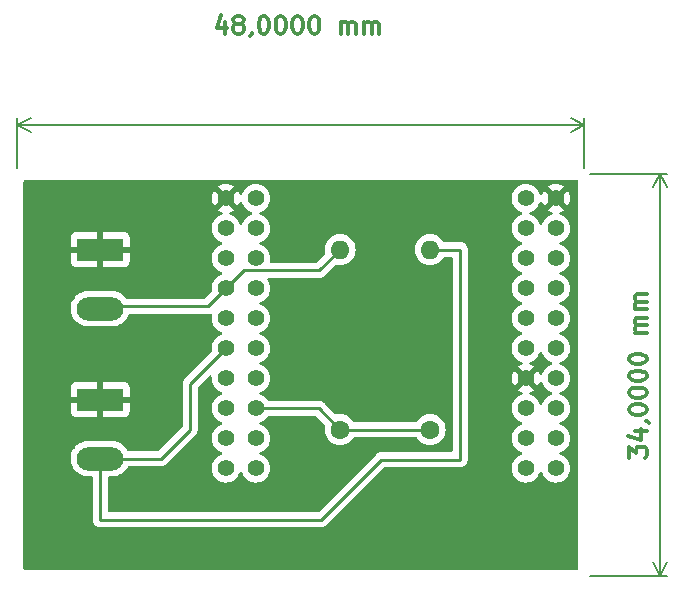
<source format=gbr>
%TF.GenerationSoftware,KiCad,Pcbnew,(6.0.9)*%
%TF.CreationDate,2022-12-25T09:43:15+01:00*%
%TF.ProjectId,bed_occupacy_sensor,6265645f-6f63-4637-9570-6163795f7365,rev?*%
%TF.SameCoordinates,Original*%
%TF.FileFunction,Copper,L1,Top*%
%TF.FilePolarity,Positive*%
%FSLAX46Y46*%
G04 Gerber Fmt 4.6, Leading zero omitted, Abs format (unit mm)*
G04 Created by KiCad (PCBNEW (6.0.9)) date 2022-12-25 09:43:15*
%MOMM*%
%LPD*%
G01*
G04 APERTURE LIST*
%ADD10C,0.300000*%
%TA.AperFunction,NonConductor*%
%ADD11C,0.300000*%
%TD*%
%TA.AperFunction,NonConductor*%
%ADD12C,0.200000*%
%TD*%
%TA.AperFunction,ComponentPad*%
%ADD13C,1.400000*%
%TD*%
%TA.AperFunction,ComponentPad*%
%ADD14C,1.600000*%
%TD*%
%TA.AperFunction,ComponentPad*%
%ADD15O,1.600000X1.600000*%
%TD*%
%TA.AperFunction,ComponentPad*%
%ADD16O,3.960000X1.980000*%
%TD*%
%TA.AperFunction,ComponentPad*%
%ADD17R,3.960000X1.980000*%
%TD*%
%TA.AperFunction,Conductor*%
%ADD18C,0.250000*%
%TD*%
G04 APERTURE END LIST*
D10*
D11*
X209457195Y-116000000D02*
X209457195Y-115071428D01*
X210028624Y-115571428D01*
X210028624Y-115357142D01*
X210100052Y-115214285D01*
X210171481Y-115142857D01*
X210314338Y-115071428D01*
X210671481Y-115071428D01*
X210814338Y-115142857D01*
X210885766Y-115214285D01*
X210957195Y-115357142D01*
X210957195Y-115785714D01*
X210885766Y-115928571D01*
X210814338Y-116000000D01*
X209957195Y-113785714D02*
X210957195Y-113785714D01*
X209385766Y-114142857D02*
X210457195Y-114500000D01*
X210457195Y-113571428D01*
X210885766Y-112928571D02*
X210957195Y-112928571D01*
X211100052Y-113000000D01*
X211171481Y-113071428D01*
X209457195Y-112000000D02*
X209457195Y-111857142D01*
X209528624Y-111714285D01*
X209600052Y-111642857D01*
X209742909Y-111571428D01*
X210028624Y-111500000D01*
X210385766Y-111500000D01*
X210671481Y-111571428D01*
X210814338Y-111642857D01*
X210885766Y-111714285D01*
X210957195Y-111857142D01*
X210957195Y-112000000D01*
X210885766Y-112142857D01*
X210814338Y-112214285D01*
X210671481Y-112285714D01*
X210385766Y-112357142D01*
X210028624Y-112357142D01*
X209742909Y-112285714D01*
X209600052Y-112214285D01*
X209528624Y-112142857D01*
X209457195Y-112000000D01*
X209457195Y-110571428D02*
X209457195Y-110428571D01*
X209528624Y-110285714D01*
X209600052Y-110214285D01*
X209742909Y-110142857D01*
X210028624Y-110071428D01*
X210385766Y-110071428D01*
X210671481Y-110142857D01*
X210814338Y-110214285D01*
X210885766Y-110285714D01*
X210957195Y-110428571D01*
X210957195Y-110571428D01*
X210885766Y-110714285D01*
X210814338Y-110785714D01*
X210671481Y-110857142D01*
X210385766Y-110928571D01*
X210028624Y-110928571D01*
X209742909Y-110857142D01*
X209600052Y-110785714D01*
X209528624Y-110714285D01*
X209457195Y-110571428D01*
X209457195Y-109142857D02*
X209457195Y-109000000D01*
X209528624Y-108857142D01*
X209600052Y-108785714D01*
X209742909Y-108714285D01*
X210028624Y-108642857D01*
X210385766Y-108642857D01*
X210671481Y-108714285D01*
X210814338Y-108785714D01*
X210885766Y-108857142D01*
X210957195Y-109000000D01*
X210957195Y-109142857D01*
X210885766Y-109285714D01*
X210814338Y-109357142D01*
X210671481Y-109428571D01*
X210385766Y-109500000D01*
X210028624Y-109500000D01*
X209742909Y-109428571D01*
X209600052Y-109357142D01*
X209528624Y-109285714D01*
X209457195Y-109142857D01*
X209457195Y-107714285D02*
X209457195Y-107571428D01*
X209528624Y-107428571D01*
X209600052Y-107357142D01*
X209742909Y-107285714D01*
X210028624Y-107214285D01*
X210385766Y-107214285D01*
X210671481Y-107285714D01*
X210814338Y-107357142D01*
X210885766Y-107428571D01*
X210957195Y-107571428D01*
X210957195Y-107714285D01*
X210885766Y-107857142D01*
X210814338Y-107928571D01*
X210671481Y-108000000D01*
X210385766Y-108071428D01*
X210028624Y-108071428D01*
X209742909Y-108000000D01*
X209600052Y-107928571D01*
X209528624Y-107857142D01*
X209457195Y-107714285D01*
X210957195Y-105428571D02*
X209957195Y-105428571D01*
X210100052Y-105428571D02*
X210028624Y-105357142D01*
X209957195Y-105214285D01*
X209957195Y-105000000D01*
X210028624Y-104857142D01*
X210171481Y-104785714D01*
X210957195Y-104785714D01*
X210171481Y-104785714D02*
X210028624Y-104714285D01*
X209957195Y-104571428D01*
X209957195Y-104357142D01*
X210028624Y-104214285D01*
X210171481Y-104142857D01*
X210957195Y-104142857D01*
X210957195Y-103428571D02*
X209957195Y-103428571D01*
X210100052Y-103428571D02*
X210028624Y-103357142D01*
X209957195Y-103214285D01*
X209957195Y-103000000D01*
X210028624Y-102857142D01*
X210171481Y-102785714D01*
X210957195Y-102785714D01*
X210171481Y-102785714D02*
X210028624Y-102714285D01*
X209957195Y-102571428D01*
X209957195Y-102357142D01*
X210028624Y-102214285D01*
X210171481Y-102142857D01*
X210957195Y-102142857D01*
D12*
X206180000Y-92000000D02*
X212665044Y-92000000D01*
X206180000Y-126000000D02*
X212665044Y-126000000D01*
X212078624Y-92000000D02*
X212078624Y-126000000D01*
X212078624Y-92000000D02*
X212078624Y-126000000D01*
X212078624Y-92000000D02*
X211492203Y-93126504D01*
X212078624Y-92000000D02*
X212665045Y-93126504D01*
X212078624Y-126000000D02*
X212665045Y-124873496D01*
X212078624Y-126000000D02*
X211492203Y-124873496D01*
D10*
D11*
X175245714Y-79112461D02*
X175245714Y-80112461D01*
X174888571Y-78541032D02*
X174531428Y-79612461D01*
X175460000Y-79612461D01*
X176245714Y-79255318D02*
X176102857Y-79183890D01*
X176031428Y-79112461D01*
X175960000Y-78969604D01*
X175960000Y-78898175D01*
X176031428Y-78755318D01*
X176102857Y-78683890D01*
X176245714Y-78612461D01*
X176531428Y-78612461D01*
X176674285Y-78683890D01*
X176745714Y-78755318D01*
X176817142Y-78898175D01*
X176817142Y-78969604D01*
X176745714Y-79112461D01*
X176674285Y-79183890D01*
X176531428Y-79255318D01*
X176245714Y-79255318D01*
X176102857Y-79326747D01*
X176031428Y-79398175D01*
X175960000Y-79541032D01*
X175960000Y-79826747D01*
X176031428Y-79969604D01*
X176102857Y-80041032D01*
X176245714Y-80112461D01*
X176531428Y-80112461D01*
X176674285Y-80041032D01*
X176745714Y-79969604D01*
X176817142Y-79826747D01*
X176817142Y-79541032D01*
X176745714Y-79398175D01*
X176674285Y-79326747D01*
X176531428Y-79255318D01*
X177531428Y-80041032D02*
X177531428Y-80112461D01*
X177460000Y-80255318D01*
X177388571Y-80326747D01*
X178460000Y-78612461D02*
X178602857Y-78612461D01*
X178745714Y-78683890D01*
X178817142Y-78755318D01*
X178888571Y-78898175D01*
X178960000Y-79183890D01*
X178960000Y-79541032D01*
X178888571Y-79826747D01*
X178817142Y-79969604D01*
X178745714Y-80041032D01*
X178602857Y-80112461D01*
X178460000Y-80112461D01*
X178317142Y-80041032D01*
X178245714Y-79969604D01*
X178174285Y-79826747D01*
X178102857Y-79541032D01*
X178102857Y-79183890D01*
X178174285Y-78898175D01*
X178245714Y-78755318D01*
X178317142Y-78683890D01*
X178460000Y-78612461D01*
X179888571Y-78612461D02*
X180031428Y-78612461D01*
X180174285Y-78683890D01*
X180245714Y-78755318D01*
X180317142Y-78898175D01*
X180388571Y-79183890D01*
X180388571Y-79541032D01*
X180317142Y-79826747D01*
X180245714Y-79969604D01*
X180174285Y-80041032D01*
X180031428Y-80112461D01*
X179888571Y-80112461D01*
X179745714Y-80041032D01*
X179674285Y-79969604D01*
X179602857Y-79826747D01*
X179531428Y-79541032D01*
X179531428Y-79183890D01*
X179602857Y-78898175D01*
X179674285Y-78755318D01*
X179745714Y-78683890D01*
X179888571Y-78612461D01*
X181317142Y-78612461D02*
X181460000Y-78612461D01*
X181602857Y-78683890D01*
X181674285Y-78755318D01*
X181745714Y-78898175D01*
X181817142Y-79183890D01*
X181817142Y-79541032D01*
X181745714Y-79826747D01*
X181674285Y-79969604D01*
X181602857Y-80041032D01*
X181460000Y-80112461D01*
X181317142Y-80112461D01*
X181174285Y-80041032D01*
X181102857Y-79969604D01*
X181031428Y-79826747D01*
X180960000Y-79541032D01*
X180960000Y-79183890D01*
X181031428Y-78898175D01*
X181102857Y-78755318D01*
X181174285Y-78683890D01*
X181317142Y-78612461D01*
X182745714Y-78612461D02*
X182888571Y-78612461D01*
X183031428Y-78683890D01*
X183102857Y-78755318D01*
X183174285Y-78898175D01*
X183245714Y-79183890D01*
X183245714Y-79541032D01*
X183174285Y-79826747D01*
X183102857Y-79969604D01*
X183031428Y-80041032D01*
X182888571Y-80112461D01*
X182745714Y-80112461D01*
X182602857Y-80041032D01*
X182531428Y-79969604D01*
X182460000Y-79826747D01*
X182388571Y-79541032D01*
X182388571Y-79183890D01*
X182460000Y-78898175D01*
X182531428Y-78755318D01*
X182602857Y-78683890D01*
X182745714Y-78612461D01*
X185031428Y-80112461D02*
X185031428Y-79112461D01*
X185031428Y-79255318D02*
X185102857Y-79183890D01*
X185245714Y-79112461D01*
X185460000Y-79112461D01*
X185602857Y-79183890D01*
X185674285Y-79326747D01*
X185674285Y-80112461D01*
X185674285Y-79326747D02*
X185745714Y-79183890D01*
X185888571Y-79112461D01*
X186102857Y-79112461D01*
X186245714Y-79183890D01*
X186317142Y-79326747D01*
X186317142Y-80112461D01*
X187031428Y-80112461D02*
X187031428Y-79112461D01*
X187031428Y-79255318D02*
X187102857Y-79183890D01*
X187245714Y-79112461D01*
X187460000Y-79112461D01*
X187602857Y-79183890D01*
X187674285Y-79326747D01*
X187674285Y-80112461D01*
X187674285Y-79326747D02*
X187745714Y-79183890D01*
X187888571Y-79112461D01*
X188102857Y-79112461D01*
X188245714Y-79183890D01*
X188317142Y-79326747D01*
X188317142Y-80112461D01*
D12*
X157680000Y-91500000D02*
X157680000Y-87268580D01*
X205680000Y-91500000D02*
X205680000Y-87268580D01*
X157680000Y-87855000D02*
X205680000Y-87855000D01*
X157680000Y-87855000D02*
X205680000Y-87855000D01*
X157680000Y-87855000D02*
X158806504Y-88441421D01*
X157680000Y-87855000D02*
X158806504Y-87268579D01*
X205680000Y-87855000D02*
X204553496Y-87268579D01*
X205680000Y-87855000D02*
X204553496Y-88441421D01*
D13*
%TO.P,U1,1,GND*%
%TO.N,/GND*%
X175330000Y-94050000D03*
%TO.P,U1,2,RST*%
%TO.N,unconnected-(U1-Pad2)*%
X177870000Y-94050000D03*
%TO.P,U1,3,NC*%
%TO.N,unconnected-(U1-Pad3)*%
X175330000Y-96590000D03*
%TO.P,U1,4,IO_36/SVP/A0*%
%TO.N,unconnected-(U1-Pad4)*%
X177870000Y-96590000D03*
%TO.P,U1,5,IO_39/SVN*%
%TO.N,unconnected-(U1-Pad5)*%
X175330000Y-99130000D03*
%TO.P,U1,6,IO_26/D0*%
%TO.N,unconnected-(U1-Pad6)*%
X177870000Y-99130000D03*
%TO.P,U1,7,IO_35*%
%TO.N,/SIDE_A*%
X175330000Y-101670000D03*
%TO.P,U1,8,IO_18/D5*%
%TO.N,unconnected-(U1-Pad8)*%
X177870000Y-101670000D03*
%TO.P,U1,9,IO_33*%
%TO.N,unconnected-(U1-Pad9)*%
X175330000Y-104210000D03*
%TO.P,U1,10,IO_19/D6*%
%TO.N,unconnected-(U1-Pad10)*%
X177870000Y-104210000D03*
%TO.P,U1,11,IO_34*%
%TO.N,/SIDE_B*%
X175330000Y-106750000D03*
%TO.P,U1,12,IO_23/D7*%
%TO.N,unconnected-(U1-Pad12)*%
X177870000Y-106750000D03*
%TO.P,U1,13,IO_14/TMS*%
%TO.N,unconnected-(U1-Pad13)*%
X175330000Y-109290000D03*
%TO.P,U1,14,IO_05/D8*%
%TO.N,unconnected-(U1-Pad14)*%
X177870000Y-109290000D03*
%TO.P,U1,15,NC*%
%TO.N,unconnected-(U1-Pad15)*%
X175330000Y-111830000D03*
%TO.P,U1,16,3V3*%
%TO.N,/+3V3*%
X177870000Y-111830000D03*
%TO.P,U1,17,IO_09/SD2*%
%TO.N,unconnected-(U1-Pad17)*%
X175330000Y-114370000D03*
%TO.P,U1,18,IO_13/TCK*%
%TO.N,unconnected-(U1-Pad18)*%
X177870000Y-114370000D03*
%TO.P,U1,19,CMD*%
%TO.N,unconnected-(U1-Pad19)*%
X175330000Y-116910000D03*
%TO.P,U1,20,IO_10/SD3*%
%TO.N,unconnected-(U1-Pad20)*%
X177870000Y-116910000D03*
%TO.P,U1,21,TXD*%
%TO.N,unconnected-(U1-Pad21)*%
X200730000Y-94050000D03*
%TO.P,U1,22,GND*%
%TO.N,/GND*%
X203270000Y-94050000D03*
%TO.P,U1,23,RXD*%
%TO.N,unconnected-(U1-Pad23)*%
X200730000Y-96590000D03*
%TO.P,U1,24,IO_27*%
%TO.N,unconnected-(U1-Pad24)*%
X203270000Y-96590000D03*
%TO.P,U1,25,IO_22/D1/SCL*%
%TO.N,unconnected-(U1-Pad25)*%
X200730000Y-99130000D03*
%TO.P,U1,26,IO_25*%
%TO.N,unconnected-(U1-Pad26)*%
X203270000Y-99130000D03*
%TO.P,U1,27,IO_21/D2/SDA*%
%TO.N,unconnected-(U1-Pad27)*%
X200730000Y-101670000D03*
%TO.P,U1,28,IO_32*%
%TO.N,unconnected-(U1-Pad28)*%
X203270000Y-101670000D03*
%TO.P,U1,29,IO_17/D3*%
%TO.N,unconnected-(U1-Pad29)*%
X200730000Y-104210000D03*
%TO.P,U1,30,IO_12/TDI*%
%TO.N,unconnected-(U1-Pad30)*%
X203270000Y-104210000D03*
%TO.P,U1,31,IO_16/D4*%
%TO.N,unconnected-(U1-Pad31)*%
X200730000Y-106750000D03*
%TO.P,U1,32,IO_04*%
%TO.N,unconnected-(U1-Pad32)*%
X203270000Y-106750000D03*
%TO.P,U1,33,GND*%
%TO.N,/GND*%
X200730000Y-109290000D03*
%TO.P,U1,34,IO_00*%
%TO.N,unconnected-(U1-Pad34)*%
X203270000Y-109290000D03*
%TO.P,U1,35,VCC_(USB)*%
%TO.N,unconnected-(U1-Pad35)*%
X200730000Y-111830000D03*
%TO.P,U1,36,IO_02*%
%TO.N,unconnected-(U1-Pad36)*%
X203270000Y-111830000D03*
%TO.P,U1,37,TD0*%
%TO.N,unconnected-(U1-Pad37)*%
X200730000Y-114370000D03*
%TO.P,U1,38,SD1*%
%TO.N,unconnected-(U1-Pad38)*%
X203270000Y-114370000D03*
%TO.P,U1,39,SD0*%
%TO.N,unconnected-(U1-Pad39)*%
X200730000Y-116910000D03*
%TO.P,U1,40,CLK*%
%TO.N,unconnected-(U1-Pad40)*%
X203270000Y-116910000D03*
%TD*%
D14*
%TO.P,R1,1*%
%TO.N,/+3V3*%
X185000000Y-113620000D03*
D15*
%TO.P,R1,2*%
%TO.N,/SIDE_A*%
X185000000Y-98380000D03*
%TD*%
D14*
%TO.P,R2,1*%
%TO.N,/+3V3*%
X192620000Y-113620000D03*
D15*
%TO.P,R2,2*%
%TO.N,/SIDE_B*%
X192620000Y-98380000D03*
%TD*%
D16*
%TO.P,J1,2,Pin_2*%
%TO.N,/SIDE_A*%
X164680000Y-103380000D03*
D17*
%TO.P,J1,1,Pin_1*%
%TO.N,/GND*%
X164680000Y-98380000D03*
%TD*%
%TO.P,J2,1,Pin_1*%
%TO.N,/GND*%
X164680000Y-111080000D03*
D16*
%TO.P,J2,2,Pin_2*%
%TO.N,/SIDE_B*%
X164680000Y-116080000D03*
%TD*%
D18*
%TO.N,/SIDE_A*%
X173815000Y-103185000D02*
X175330000Y-101670000D01*
X183225000Y-100155000D02*
X185000000Y-98380000D01*
X164875000Y-103185000D02*
X173815000Y-103185000D01*
X176845000Y-100155000D02*
X183225000Y-100155000D01*
X164680000Y-103380000D02*
X164875000Y-103185000D01*
X175330000Y-101670000D02*
X176845000Y-100155000D01*
%TO.N,/SIDE_B*%
X172300000Y-113620000D02*
X172300000Y-109780000D01*
X195160000Y-98380000D02*
X192620000Y-98380000D01*
X188489009Y-116160000D02*
X183409009Y-121240000D01*
X169840000Y-116080000D02*
X172300000Y-113620000D01*
X164680000Y-121240000D02*
X164680000Y-116080000D01*
X195160000Y-116160000D02*
X188489009Y-116160000D01*
X183409009Y-121240000D02*
X164680000Y-121240000D01*
X164680000Y-116080000D02*
X169840000Y-116080000D01*
X172300000Y-109780000D02*
X175330000Y-106750000D01*
X195160000Y-116160000D02*
X195160000Y-98380000D01*
%TO.N,/+3V3*%
X183210000Y-111830000D02*
X185000000Y-113620000D01*
X177870000Y-111830000D02*
X183210000Y-111830000D01*
X192620000Y-113620000D02*
X185000000Y-113620000D01*
%TD*%
%TA.AperFunction,Conductor*%
%TO.N,/GND*%
G36*
X205113621Y-92528502D02*
G01*
X205160114Y-92582158D01*
X205171500Y-92634500D01*
X205171500Y-125365500D01*
X205151498Y-125433621D01*
X205097842Y-125480114D01*
X205045500Y-125491500D01*
X158314500Y-125491500D01*
X158246379Y-125471498D01*
X158199886Y-125417842D01*
X158188500Y-125365500D01*
X158188500Y-116184888D01*
X162190027Y-116184888D01*
X162227299Y-116428464D01*
X162303853Y-116662682D01*
X162306241Y-116667270D01*
X162306243Y-116667274D01*
X162367360Y-116784679D01*
X162417633Y-116881252D01*
X162420736Y-116885385D01*
X162420738Y-116885388D01*
X162562479Y-117074168D01*
X162565584Y-117078303D01*
X162743731Y-117248545D01*
X162748003Y-117251459D01*
X162748004Y-117251460D01*
X162943011Y-117384485D01*
X162943016Y-117384488D01*
X162947291Y-117387404D01*
X162951980Y-117389580D01*
X162951986Y-117389584D01*
X163166106Y-117488975D01*
X163166111Y-117488977D01*
X163170797Y-117491152D01*
X163175775Y-117492532D01*
X163175779Y-117492534D01*
X163403274Y-117555623D01*
X163408247Y-117557002D01*
X163514864Y-117568396D01*
X163606071Y-117578144D01*
X163606079Y-117578144D01*
X163609406Y-117578500D01*
X163920500Y-117578500D01*
X163988621Y-117598502D01*
X164035114Y-117652158D01*
X164046500Y-117704500D01*
X164046500Y-121168207D01*
X164044268Y-121191816D01*
X164042725Y-121199906D01*
X164043223Y-121207817D01*
X164046251Y-121255951D01*
X164046500Y-121263862D01*
X164046500Y-121279856D01*
X164048506Y-121295730D01*
X164049248Y-121303590D01*
X164052775Y-121359650D01*
X164055225Y-121367191D01*
X164055321Y-121367487D01*
X164060494Y-121390631D01*
X164060532Y-121390935D01*
X164060533Y-121390940D01*
X164061526Y-121398797D01*
X164064442Y-121406162D01*
X164064443Y-121406166D01*
X164082199Y-121451011D01*
X164084871Y-121458430D01*
X164102236Y-121511875D01*
X164106486Y-121518571D01*
X164106486Y-121518572D01*
X164106650Y-121518831D01*
X164117415Y-121539958D01*
X164117529Y-121540246D01*
X164117532Y-121540251D01*
X164120448Y-121547617D01*
X164125104Y-121554025D01*
X164125107Y-121554031D01*
X164153458Y-121593052D01*
X164157901Y-121599589D01*
X164188000Y-121647018D01*
X164193778Y-121652444D01*
X164193779Y-121652445D01*
X164194007Y-121652659D01*
X164209688Y-121670446D01*
X164214528Y-121677107D01*
X164220637Y-121682161D01*
X164220638Y-121682162D01*
X164257796Y-121712903D01*
X164263730Y-121718134D01*
X164298898Y-121751158D01*
X164298901Y-121751160D01*
X164304679Y-121756586D01*
X164311903Y-121760558D01*
X164331506Y-121773881D01*
X164331746Y-121774080D01*
X164331753Y-121774084D01*
X164337856Y-121779133D01*
X164371342Y-121794890D01*
X164388676Y-121803047D01*
X164395708Y-121806629D01*
X164444940Y-121833695D01*
X164452615Y-121835665D01*
X164452621Y-121835668D01*
X164452919Y-121835744D01*
X164475228Y-121843776D01*
X164475503Y-121843906D01*
X164475511Y-121843909D01*
X164482682Y-121847283D01*
X164537849Y-121857806D01*
X164545558Y-121859529D01*
X164579551Y-121868257D01*
X164592293Y-121871529D01*
X164592294Y-121871529D01*
X164599970Y-121873500D01*
X164608207Y-121873500D01*
X164631816Y-121875732D01*
X164632119Y-121875790D01*
X164632123Y-121875790D01*
X164639906Y-121877275D01*
X164695951Y-121873749D01*
X164703862Y-121873500D01*
X183330242Y-121873500D01*
X183341425Y-121874027D01*
X183348918Y-121875702D01*
X183356844Y-121875453D01*
X183356845Y-121875453D01*
X183416995Y-121873562D01*
X183420954Y-121873500D01*
X183448865Y-121873500D01*
X183452800Y-121873003D01*
X183452865Y-121872995D01*
X183464702Y-121872062D01*
X183496960Y-121871048D01*
X183500979Y-121870922D01*
X183508898Y-121870673D01*
X183528352Y-121865021D01*
X183547709Y-121861013D01*
X183559939Y-121859468D01*
X183559940Y-121859468D01*
X183567806Y-121858474D01*
X183575177Y-121855555D01*
X183575179Y-121855555D01*
X183608921Y-121842196D01*
X183620151Y-121838351D01*
X183654992Y-121828229D01*
X183654993Y-121828229D01*
X183662602Y-121826018D01*
X183669421Y-121821985D01*
X183669426Y-121821983D01*
X183680037Y-121815707D01*
X183697785Y-121807012D01*
X183716626Y-121799552D01*
X183752396Y-121773564D01*
X183762316Y-121767048D01*
X183793544Y-121748580D01*
X183793547Y-121748578D01*
X183800371Y-121744542D01*
X183814692Y-121730221D01*
X183829726Y-121717380D01*
X183839703Y-121710131D01*
X183846116Y-121705472D01*
X183874307Y-121671395D01*
X183882297Y-121662616D01*
X188634914Y-116910000D01*
X199516884Y-116910000D01*
X199535314Y-117120655D01*
X199590044Y-117324910D01*
X199592366Y-117329891D01*
X199592367Y-117329892D01*
X199673283Y-117503416D01*
X199679411Y-117516558D01*
X199800699Y-117689776D01*
X199950224Y-117839301D01*
X200123442Y-117960589D01*
X200128420Y-117962910D01*
X200128423Y-117962912D01*
X200310108Y-118047633D01*
X200315090Y-118049956D01*
X200320398Y-118051378D01*
X200320400Y-118051379D01*
X200514030Y-118103262D01*
X200514032Y-118103262D01*
X200519345Y-118104686D01*
X200730000Y-118123116D01*
X200940655Y-118104686D01*
X200945968Y-118103262D01*
X200945970Y-118103262D01*
X201139600Y-118051379D01*
X201139602Y-118051378D01*
X201144910Y-118049956D01*
X201149892Y-118047633D01*
X201331577Y-117962912D01*
X201331580Y-117962910D01*
X201336558Y-117960589D01*
X201509776Y-117839301D01*
X201659301Y-117689776D01*
X201780589Y-117516558D01*
X201786718Y-117503416D01*
X201867633Y-117329892D01*
X201867634Y-117329891D01*
X201869956Y-117324910D01*
X201878293Y-117293796D01*
X201915245Y-117233173D01*
X201979106Y-117202152D01*
X202049600Y-117210580D01*
X202104347Y-117255783D01*
X202121707Y-117293796D01*
X202130044Y-117324910D01*
X202132366Y-117329891D01*
X202132367Y-117329892D01*
X202213283Y-117503416D01*
X202219411Y-117516558D01*
X202340699Y-117689776D01*
X202490224Y-117839301D01*
X202663442Y-117960589D01*
X202668420Y-117962910D01*
X202668423Y-117962912D01*
X202850108Y-118047633D01*
X202855090Y-118049956D01*
X202860398Y-118051378D01*
X202860400Y-118051379D01*
X203054030Y-118103262D01*
X203054032Y-118103262D01*
X203059345Y-118104686D01*
X203270000Y-118123116D01*
X203480655Y-118104686D01*
X203485968Y-118103262D01*
X203485970Y-118103262D01*
X203679600Y-118051379D01*
X203679602Y-118051378D01*
X203684910Y-118049956D01*
X203689892Y-118047633D01*
X203871577Y-117962912D01*
X203871580Y-117962910D01*
X203876558Y-117960589D01*
X204049776Y-117839301D01*
X204199301Y-117689776D01*
X204320589Y-117516558D01*
X204326718Y-117503416D01*
X204407633Y-117329892D01*
X204407634Y-117329891D01*
X204409956Y-117324910D01*
X204464686Y-117120655D01*
X204483116Y-116910000D01*
X204464686Y-116699345D01*
X204463262Y-116694030D01*
X204411379Y-116500400D01*
X204411378Y-116500398D01*
X204409956Y-116495090D01*
X204363311Y-116395060D01*
X204322912Y-116308423D01*
X204322910Y-116308420D01*
X204320589Y-116303442D01*
X204199301Y-116130224D01*
X204049776Y-115980699D01*
X203876558Y-115859411D01*
X203871580Y-115857090D01*
X203871577Y-115857088D01*
X203689892Y-115772367D01*
X203689891Y-115772366D01*
X203684910Y-115770044D01*
X203679602Y-115768622D01*
X203679600Y-115768621D01*
X203653796Y-115761707D01*
X203593173Y-115724755D01*
X203562152Y-115660894D01*
X203570580Y-115590400D01*
X203615783Y-115535653D01*
X203653796Y-115518293D01*
X203679600Y-115511379D01*
X203679602Y-115511378D01*
X203684910Y-115509956D01*
X203689892Y-115507633D01*
X203871577Y-115422912D01*
X203871580Y-115422910D01*
X203876558Y-115420589D01*
X204049776Y-115299301D01*
X204199301Y-115149776D01*
X204320589Y-114976558D01*
X204340669Y-114933498D01*
X204407633Y-114789892D01*
X204407634Y-114789891D01*
X204409956Y-114784910D01*
X204412474Y-114775515D01*
X204463262Y-114585970D01*
X204463262Y-114585968D01*
X204464686Y-114580655D01*
X204483116Y-114370000D01*
X204464686Y-114159345D01*
X204463262Y-114154030D01*
X204411379Y-113960400D01*
X204411378Y-113960398D01*
X204409956Y-113955090D01*
X204359729Y-113847378D01*
X204322912Y-113768423D01*
X204322910Y-113768420D01*
X204320589Y-113763442D01*
X204199301Y-113590224D01*
X204049776Y-113440699D01*
X203876558Y-113319411D01*
X203871580Y-113317090D01*
X203871577Y-113317088D01*
X203689892Y-113232367D01*
X203689891Y-113232366D01*
X203684910Y-113230044D01*
X203679602Y-113228622D01*
X203679600Y-113228621D01*
X203653796Y-113221707D01*
X203593173Y-113184755D01*
X203562152Y-113120894D01*
X203570580Y-113050400D01*
X203615783Y-112995653D01*
X203653796Y-112978293D01*
X203679600Y-112971379D01*
X203679602Y-112971378D01*
X203684910Y-112969956D01*
X203699289Y-112963251D01*
X203871577Y-112882912D01*
X203871580Y-112882910D01*
X203876558Y-112880589D01*
X204049776Y-112759301D01*
X204199301Y-112609776D01*
X204320589Y-112436558D01*
X204364002Y-112343460D01*
X204407633Y-112249892D01*
X204407634Y-112249891D01*
X204409956Y-112244910D01*
X204443028Y-112121486D01*
X204463262Y-112045970D01*
X204463262Y-112045968D01*
X204464686Y-112040655D01*
X204483116Y-111830000D01*
X204464686Y-111619345D01*
X204409956Y-111415090D01*
X204407633Y-111410108D01*
X204322912Y-111228423D01*
X204322910Y-111228420D01*
X204320589Y-111223442D01*
X204199301Y-111050224D01*
X204049776Y-110900699D01*
X203876558Y-110779411D01*
X203871580Y-110777090D01*
X203871577Y-110777088D01*
X203689892Y-110692367D01*
X203689891Y-110692366D01*
X203684910Y-110690044D01*
X203679602Y-110688622D01*
X203679600Y-110688621D01*
X203653796Y-110681707D01*
X203593173Y-110644755D01*
X203562152Y-110580894D01*
X203570580Y-110510400D01*
X203615783Y-110455653D01*
X203653796Y-110438293D01*
X203679600Y-110431379D01*
X203679602Y-110431378D01*
X203684910Y-110429956D01*
X203690908Y-110427159D01*
X203871577Y-110342912D01*
X203871580Y-110342910D01*
X203876558Y-110340589D01*
X204049776Y-110219301D01*
X204199301Y-110069776D01*
X204320589Y-109896558D01*
X204387945Y-109752114D01*
X204407633Y-109709892D01*
X204407634Y-109709891D01*
X204409956Y-109704910D01*
X204411426Y-109699426D01*
X204463262Y-109505970D01*
X204463262Y-109505968D01*
X204464686Y-109500655D01*
X204483116Y-109290000D01*
X204464686Y-109079345D01*
X204442849Y-108997848D01*
X204411379Y-108880400D01*
X204411378Y-108880398D01*
X204409956Y-108875090D01*
X204320589Y-108683442D01*
X204199301Y-108510224D01*
X204049776Y-108360699D01*
X203876558Y-108239411D01*
X203871580Y-108237090D01*
X203871577Y-108237088D01*
X203689892Y-108152367D01*
X203689891Y-108152366D01*
X203684910Y-108150044D01*
X203679602Y-108148622D01*
X203679600Y-108148621D01*
X203653796Y-108141707D01*
X203593173Y-108104755D01*
X203562152Y-108040894D01*
X203570580Y-107970400D01*
X203615783Y-107915653D01*
X203653796Y-107898293D01*
X203679600Y-107891379D01*
X203679602Y-107891378D01*
X203684910Y-107889956D01*
X203689892Y-107887633D01*
X203871577Y-107802912D01*
X203871580Y-107802910D01*
X203876558Y-107800589D01*
X204049776Y-107679301D01*
X204199301Y-107529776D01*
X204320589Y-107356558D01*
X204409956Y-107164910D01*
X204432296Y-107081538D01*
X204463262Y-106965970D01*
X204463262Y-106965968D01*
X204464686Y-106960655D01*
X204483116Y-106750000D01*
X204464686Y-106539345D01*
X204409956Y-106335090D01*
X204320589Y-106143442D01*
X204199301Y-105970224D01*
X204049776Y-105820699D01*
X203876558Y-105699411D01*
X203871580Y-105697090D01*
X203871577Y-105697088D01*
X203689892Y-105612367D01*
X203689891Y-105612366D01*
X203684910Y-105610044D01*
X203679602Y-105608622D01*
X203679600Y-105608621D01*
X203653796Y-105601707D01*
X203593173Y-105564755D01*
X203562152Y-105500894D01*
X203570580Y-105430400D01*
X203615783Y-105375653D01*
X203653796Y-105358293D01*
X203679600Y-105351379D01*
X203679602Y-105351378D01*
X203684910Y-105349956D01*
X203689892Y-105347633D01*
X203871577Y-105262912D01*
X203871580Y-105262910D01*
X203876558Y-105260589D01*
X204049776Y-105139301D01*
X204199301Y-104989776D01*
X204320589Y-104816558D01*
X204326718Y-104803416D01*
X204407633Y-104629892D01*
X204407634Y-104629891D01*
X204409956Y-104624910D01*
X204464686Y-104420655D01*
X204483116Y-104210000D01*
X204464686Y-103999345D01*
X204454862Y-103962682D01*
X204411379Y-103800400D01*
X204411378Y-103800398D01*
X204409956Y-103795090D01*
X204376504Y-103723352D01*
X204322912Y-103608423D01*
X204322910Y-103608420D01*
X204320589Y-103603442D01*
X204199301Y-103430224D01*
X204049776Y-103280699D01*
X203876558Y-103159411D01*
X203871580Y-103157090D01*
X203871577Y-103157088D01*
X203689892Y-103072367D01*
X203689891Y-103072366D01*
X203684910Y-103070044D01*
X203679602Y-103068622D01*
X203679600Y-103068621D01*
X203653796Y-103061707D01*
X203593173Y-103024755D01*
X203562152Y-102960894D01*
X203570580Y-102890400D01*
X203615783Y-102835653D01*
X203653796Y-102818293D01*
X203679600Y-102811379D01*
X203679602Y-102811378D01*
X203684910Y-102809956D01*
X203689892Y-102807633D01*
X203871577Y-102722912D01*
X203871580Y-102722910D01*
X203876558Y-102720589D01*
X204049776Y-102599301D01*
X204199301Y-102449776D01*
X204320589Y-102276558D01*
X204352307Y-102208540D01*
X204407633Y-102089892D01*
X204407634Y-102089891D01*
X204409956Y-102084910D01*
X204412474Y-102075515D01*
X204463262Y-101885970D01*
X204463262Y-101885968D01*
X204464686Y-101880655D01*
X204483116Y-101670000D01*
X204464686Y-101459345D01*
X204463262Y-101454030D01*
X204411379Y-101260400D01*
X204411378Y-101260398D01*
X204409956Y-101255090D01*
X204320589Y-101063442D01*
X204199301Y-100890224D01*
X204049776Y-100740699D01*
X203876558Y-100619411D01*
X203871580Y-100617090D01*
X203871577Y-100617088D01*
X203689892Y-100532367D01*
X203689891Y-100532366D01*
X203684910Y-100530044D01*
X203679602Y-100528622D01*
X203679600Y-100528621D01*
X203653796Y-100521707D01*
X203593173Y-100484755D01*
X203562152Y-100420894D01*
X203570580Y-100350400D01*
X203615783Y-100295653D01*
X203653796Y-100278293D01*
X203679600Y-100271379D01*
X203679602Y-100271378D01*
X203684910Y-100269956D01*
X203689892Y-100267633D01*
X203871577Y-100182912D01*
X203871580Y-100182910D01*
X203876558Y-100180589D01*
X204049776Y-100059301D01*
X204199301Y-99909776D01*
X204320589Y-99736558D01*
X204340669Y-99693498D01*
X204407633Y-99549892D01*
X204407634Y-99549891D01*
X204409956Y-99544910D01*
X204412203Y-99536526D01*
X204463262Y-99345970D01*
X204463262Y-99345968D01*
X204464686Y-99340655D01*
X204483116Y-99130000D01*
X204464686Y-98919345D01*
X204440543Y-98829243D01*
X204411379Y-98720400D01*
X204411378Y-98720398D01*
X204409956Y-98715090D01*
X204373484Y-98636876D01*
X204322912Y-98528423D01*
X204322910Y-98528420D01*
X204320589Y-98523442D01*
X204199301Y-98350224D01*
X204049776Y-98200699D01*
X203876558Y-98079411D01*
X203871580Y-98077090D01*
X203871577Y-98077088D01*
X203689892Y-97992367D01*
X203689891Y-97992366D01*
X203684910Y-97990044D01*
X203679602Y-97988622D01*
X203679600Y-97988621D01*
X203653796Y-97981707D01*
X203593173Y-97944755D01*
X203562152Y-97880894D01*
X203570580Y-97810400D01*
X203615783Y-97755653D01*
X203653796Y-97738293D01*
X203679600Y-97731379D01*
X203679602Y-97731378D01*
X203684910Y-97729956D01*
X203699289Y-97723251D01*
X203871577Y-97642912D01*
X203871580Y-97642910D01*
X203876558Y-97640589D01*
X204049776Y-97519301D01*
X204199301Y-97369776D01*
X204320589Y-97196558D01*
X204372154Y-97085978D01*
X204407633Y-97009892D01*
X204407634Y-97009891D01*
X204409956Y-97004910D01*
X204438036Y-96900116D01*
X204463262Y-96805970D01*
X204463262Y-96805968D01*
X204464686Y-96800655D01*
X204483116Y-96590000D01*
X204464686Y-96379345D01*
X204409956Y-96175090D01*
X204320589Y-95983442D01*
X204199301Y-95810224D01*
X204049776Y-95660699D01*
X203876558Y-95539411D01*
X203871580Y-95537090D01*
X203871577Y-95537088D01*
X203689892Y-95452367D01*
X203689891Y-95452366D01*
X203684910Y-95450044D01*
X203679603Y-95448622D01*
X203679592Y-95448618D01*
X203652829Y-95441447D01*
X203592207Y-95404496D01*
X203561185Y-95340635D01*
X203569614Y-95270140D01*
X203614818Y-95215394D01*
X203652830Y-95198034D01*
X203679426Y-95190908D01*
X203689723Y-95187159D01*
X203871323Y-95102479D01*
X203880811Y-95097001D01*
X203911248Y-95075689D01*
X203919623Y-95065212D01*
X203912554Y-95051764D01*
X203282812Y-94422022D01*
X203268868Y-94414408D01*
X203267035Y-94414539D01*
X203260420Y-94418790D01*
X202626724Y-95052486D01*
X202620294Y-95064261D01*
X202629590Y-95076276D01*
X202659189Y-95097001D01*
X202668677Y-95102479D01*
X202850277Y-95187159D01*
X202860574Y-95190908D01*
X202887170Y-95198034D01*
X202947793Y-95234986D01*
X202978814Y-95298846D01*
X202970386Y-95369341D01*
X202925183Y-95424088D01*
X202887171Y-95441447D01*
X202860408Y-95448618D01*
X202860397Y-95448622D01*
X202855090Y-95450044D01*
X202850109Y-95452366D01*
X202850108Y-95452367D01*
X202668423Y-95537088D01*
X202668420Y-95537090D01*
X202663442Y-95539411D01*
X202490224Y-95660699D01*
X202340699Y-95810224D01*
X202219411Y-95983442D01*
X202130044Y-96175090D01*
X202128622Y-96180398D01*
X202128621Y-96180400D01*
X202121707Y-96206204D01*
X202084755Y-96266827D01*
X202020894Y-96297848D01*
X201950400Y-96289420D01*
X201895653Y-96244217D01*
X201878293Y-96206204D01*
X201871379Y-96180400D01*
X201871378Y-96180398D01*
X201869956Y-96175090D01*
X201780589Y-95983442D01*
X201659301Y-95810224D01*
X201509776Y-95660699D01*
X201336558Y-95539411D01*
X201331580Y-95537090D01*
X201331577Y-95537088D01*
X201149892Y-95452367D01*
X201149891Y-95452366D01*
X201144910Y-95450044D01*
X201139602Y-95448622D01*
X201139600Y-95448621D01*
X201113796Y-95441707D01*
X201053173Y-95404755D01*
X201022152Y-95340894D01*
X201030580Y-95270400D01*
X201075783Y-95215653D01*
X201113796Y-95198293D01*
X201139600Y-95191379D01*
X201139602Y-95191378D01*
X201144910Y-95189956D01*
X201150908Y-95187159D01*
X201331577Y-95102912D01*
X201331580Y-95102910D01*
X201336558Y-95100589D01*
X201509776Y-94979301D01*
X201659301Y-94829776D01*
X201780589Y-94656558D01*
X201869956Y-94464910D01*
X201871379Y-94459600D01*
X201871382Y-94459592D01*
X201878553Y-94432829D01*
X201915504Y-94372207D01*
X201979365Y-94341185D01*
X202049860Y-94349614D01*
X202104606Y-94394818D01*
X202121966Y-94432830D01*
X202129092Y-94459426D01*
X202132841Y-94469723D01*
X202217521Y-94651323D01*
X202222999Y-94660811D01*
X202244311Y-94691248D01*
X202254788Y-94699623D01*
X202268236Y-94692554D01*
X202897978Y-94062812D01*
X202904356Y-94051132D01*
X203634408Y-94051132D01*
X203634539Y-94052965D01*
X203638790Y-94059580D01*
X204272486Y-94693276D01*
X204284261Y-94699706D01*
X204296276Y-94690410D01*
X204317001Y-94660811D01*
X204322479Y-94651323D01*
X204407159Y-94469723D01*
X204410907Y-94459429D01*
X204462769Y-94265878D01*
X204464671Y-94255091D01*
X204482135Y-94055475D01*
X204482135Y-94044525D01*
X204464671Y-93844909D01*
X204462769Y-93834122D01*
X204410907Y-93640571D01*
X204407159Y-93630277D01*
X204322479Y-93448677D01*
X204317001Y-93439189D01*
X204295689Y-93408752D01*
X204285212Y-93400377D01*
X204271764Y-93407446D01*
X203642022Y-94037188D01*
X203634408Y-94051132D01*
X202904356Y-94051132D01*
X202905592Y-94048868D01*
X202905461Y-94047035D01*
X202901210Y-94040420D01*
X202267514Y-93406724D01*
X202255739Y-93400294D01*
X202243724Y-93409590D01*
X202222999Y-93439189D01*
X202217521Y-93448677D01*
X202132841Y-93630277D01*
X202129092Y-93640574D01*
X202121966Y-93667170D01*
X202085014Y-93727793D01*
X202021154Y-93758814D01*
X201950659Y-93750386D01*
X201895912Y-93705183D01*
X201878553Y-93667171D01*
X201871382Y-93640408D01*
X201871378Y-93640397D01*
X201869956Y-93635090D01*
X201780589Y-93443442D01*
X201659301Y-93270224D01*
X201509776Y-93120699D01*
X201387082Y-93034788D01*
X202620377Y-93034788D01*
X202627446Y-93048236D01*
X203257188Y-93677978D01*
X203271132Y-93685592D01*
X203272965Y-93685461D01*
X203279580Y-93681210D01*
X203913276Y-93047514D01*
X203919706Y-93035739D01*
X203910410Y-93023724D01*
X203880811Y-93002999D01*
X203871323Y-92997521D01*
X203689723Y-92912841D01*
X203679429Y-92909093D01*
X203485878Y-92857231D01*
X203475091Y-92855329D01*
X203275475Y-92837865D01*
X203264525Y-92837865D01*
X203064909Y-92855329D01*
X203054122Y-92857231D01*
X202860571Y-92909093D01*
X202850277Y-92912841D01*
X202668677Y-92997521D01*
X202659189Y-93002999D01*
X202628752Y-93024311D01*
X202620377Y-93034788D01*
X201387082Y-93034788D01*
X201336558Y-92999411D01*
X201331580Y-92997090D01*
X201331577Y-92997088D01*
X201149892Y-92912367D01*
X201149891Y-92912366D01*
X201144910Y-92910044D01*
X201139602Y-92908622D01*
X201139600Y-92908621D01*
X200945970Y-92856738D01*
X200945968Y-92856738D01*
X200940655Y-92855314D01*
X200730000Y-92836884D01*
X200519345Y-92855314D01*
X200514032Y-92856738D01*
X200514030Y-92856738D01*
X200320400Y-92908621D01*
X200320398Y-92908622D01*
X200315090Y-92910044D01*
X200310109Y-92912366D01*
X200310108Y-92912367D01*
X200128423Y-92997088D01*
X200128420Y-92997090D01*
X200123442Y-92999411D01*
X199950224Y-93120699D01*
X199800699Y-93270224D01*
X199679411Y-93443442D01*
X199590044Y-93635090D01*
X199588622Y-93640398D01*
X199588621Y-93640400D01*
X199556892Y-93758814D01*
X199535314Y-93839345D01*
X199516884Y-94050000D01*
X199535314Y-94260655D01*
X199536738Y-94265968D01*
X199536738Y-94265970D01*
X199588575Y-94459426D01*
X199590044Y-94464910D01*
X199679411Y-94656558D01*
X199800699Y-94829776D01*
X199950224Y-94979301D01*
X200123442Y-95100589D01*
X200128420Y-95102910D01*
X200128423Y-95102912D01*
X200309092Y-95187159D01*
X200315090Y-95189956D01*
X200320398Y-95191378D01*
X200320400Y-95191379D01*
X200346204Y-95198293D01*
X200406827Y-95235245D01*
X200437848Y-95299106D01*
X200429420Y-95369600D01*
X200384217Y-95424347D01*
X200346204Y-95441707D01*
X200320400Y-95448621D01*
X200320398Y-95448622D01*
X200315090Y-95450044D01*
X200310109Y-95452366D01*
X200310108Y-95452367D01*
X200128423Y-95537088D01*
X200128420Y-95537090D01*
X200123442Y-95539411D01*
X199950224Y-95660699D01*
X199800699Y-95810224D01*
X199679411Y-95983442D01*
X199590044Y-96175090D01*
X199535314Y-96379345D01*
X199516884Y-96590000D01*
X199535314Y-96800655D01*
X199536738Y-96805968D01*
X199536738Y-96805970D01*
X199561965Y-96900116D01*
X199590044Y-97004910D01*
X199592366Y-97009891D01*
X199592367Y-97009892D01*
X199627847Y-97085978D01*
X199679411Y-97196558D01*
X199800699Y-97369776D01*
X199950224Y-97519301D01*
X200123442Y-97640589D01*
X200128420Y-97642910D01*
X200128423Y-97642912D01*
X200300711Y-97723251D01*
X200315090Y-97729956D01*
X200320398Y-97731378D01*
X200320400Y-97731379D01*
X200346204Y-97738293D01*
X200406827Y-97775245D01*
X200437848Y-97839106D01*
X200429420Y-97909600D01*
X200384217Y-97964347D01*
X200346204Y-97981707D01*
X200320400Y-97988621D01*
X200320398Y-97988622D01*
X200315090Y-97990044D01*
X200310109Y-97992366D01*
X200310108Y-97992367D01*
X200128423Y-98077088D01*
X200128420Y-98077090D01*
X200123442Y-98079411D01*
X199950224Y-98200699D01*
X199800699Y-98350224D01*
X199679411Y-98523442D01*
X199677090Y-98528420D01*
X199677088Y-98528423D01*
X199626516Y-98636876D01*
X199590044Y-98715090D01*
X199588622Y-98720398D01*
X199588621Y-98720400D01*
X199559457Y-98829243D01*
X199535314Y-98919345D01*
X199516884Y-99130000D01*
X199535314Y-99340655D01*
X199536738Y-99345968D01*
X199536738Y-99345970D01*
X199587798Y-99536526D01*
X199590044Y-99544910D01*
X199592366Y-99549891D01*
X199592367Y-99549892D01*
X199659332Y-99693498D01*
X199679411Y-99736558D01*
X199800699Y-99909776D01*
X199950224Y-100059301D01*
X200123442Y-100180589D01*
X200128420Y-100182910D01*
X200128423Y-100182912D01*
X200310108Y-100267633D01*
X200315090Y-100269956D01*
X200320398Y-100271378D01*
X200320400Y-100271379D01*
X200346204Y-100278293D01*
X200406827Y-100315245D01*
X200437848Y-100379106D01*
X200429420Y-100449600D01*
X200384217Y-100504347D01*
X200346204Y-100521707D01*
X200320400Y-100528621D01*
X200320398Y-100528622D01*
X200315090Y-100530044D01*
X200310109Y-100532366D01*
X200310108Y-100532367D01*
X200128423Y-100617088D01*
X200128420Y-100617090D01*
X200123442Y-100619411D01*
X199950224Y-100740699D01*
X199800699Y-100890224D01*
X199679411Y-101063442D01*
X199590044Y-101255090D01*
X199588622Y-101260398D01*
X199588621Y-101260400D01*
X199536738Y-101454030D01*
X199535314Y-101459345D01*
X199516884Y-101670000D01*
X199535314Y-101880655D01*
X199536738Y-101885968D01*
X199536738Y-101885970D01*
X199587527Y-102075515D01*
X199590044Y-102084910D01*
X199592366Y-102089891D01*
X199592367Y-102089892D01*
X199647694Y-102208540D01*
X199679411Y-102276558D01*
X199800699Y-102449776D01*
X199950224Y-102599301D01*
X200123442Y-102720589D01*
X200128420Y-102722910D01*
X200128423Y-102722912D01*
X200310108Y-102807633D01*
X200315090Y-102809956D01*
X200320398Y-102811378D01*
X200320400Y-102811379D01*
X200346204Y-102818293D01*
X200406827Y-102855245D01*
X200437848Y-102919106D01*
X200429420Y-102989600D01*
X200384217Y-103044347D01*
X200346204Y-103061707D01*
X200320400Y-103068621D01*
X200320398Y-103068622D01*
X200315090Y-103070044D01*
X200310109Y-103072366D01*
X200310108Y-103072367D01*
X200128423Y-103157088D01*
X200128420Y-103157090D01*
X200123442Y-103159411D01*
X199950224Y-103280699D01*
X199800699Y-103430224D01*
X199679411Y-103603442D01*
X199677090Y-103608420D01*
X199677088Y-103608423D01*
X199623496Y-103723352D01*
X199590044Y-103795090D01*
X199588622Y-103800398D01*
X199588621Y-103800400D01*
X199545138Y-103962682D01*
X199535314Y-103999345D01*
X199516884Y-104210000D01*
X199535314Y-104420655D01*
X199590044Y-104624910D01*
X199592366Y-104629891D01*
X199592367Y-104629892D01*
X199673283Y-104803416D01*
X199679411Y-104816558D01*
X199800699Y-104989776D01*
X199950224Y-105139301D01*
X200123442Y-105260589D01*
X200128420Y-105262910D01*
X200128423Y-105262912D01*
X200310108Y-105347633D01*
X200315090Y-105349956D01*
X200320398Y-105351378D01*
X200320400Y-105351379D01*
X200346204Y-105358293D01*
X200406827Y-105395245D01*
X200437848Y-105459106D01*
X200429420Y-105529600D01*
X200384217Y-105584347D01*
X200346204Y-105601707D01*
X200320400Y-105608621D01*
X200320398Y-105608622D01*
X200315090Y-105610044D01*
X200310109Y-105612366D01*
X200310108Y-105612367D01*
X200128423Y-105697088D01*
X200128420Y-105697090D01*
X200123442Y-105699411D01*
X199950224Y-105820699D01*
X199800699Y-105970224D01*
X199679411Y-106143442D01*
X199590044Y-106335090D01*
X199535314Y-106539345D01*
X199516884Y-106750000D01*
X199535314Y-106960655D01*
X199536738Y-106965968D01*
X199536738Y-106965970D01*
X199567705Y-107081538D01*
X199590044Y-107164910D01*
X199679411Y-107356558D01*
X199800699Y-107529776D01*
X199950224Y-107679301D01*
X200123442Y-107800589D01*
X200128420Y-107802910D01*
X200128423Y-107802912D01*
X200310108Y-107887633D01*
X200315090Y-107889956D01*
X200320397Y-107891378D01*
X200320408Y-107891382D01*
X200347171Y-107898553D01*
X200407793Y-107935504D01*
X200438815Y-107999365D01*
X200430386Y-108069860D01*
X200385182Y-108124606D01*
X200347170Y-108141966D01*
X200320574Y-108149092D01*
X200310277Y-108152841D01*
X200128677Y-108237521D01*
X200119189Y-108242999D01*
X200088752Y-108264311D01*
X200080377Y-108274788D01*
X200087446Y-108288236D01*
X200717188Y-108917978D01*
X200731132Y-108925592D01*
X200732965Y-108925461D01*
X200739580Y-108921210D01*
X201373276Y-108287514D01*
X201379706Y-108275739D01*
X201370410Y-108263724D01*
X201340811Y-108242999D01*
X201331323Y-108237521D01*
X201149723Y-108152841D01*
X201139426Y-108149092D01*
X201112830Y-108141966D01*
X201052207Y-108105014D01*
X201021186Y-108041154D01*
X201029614Y-107970659D01*
X201074817Y-107915912D01*
X201112829Y-107898553D01*
X201139592Y-107891382D01*
X201139603Y-107891378D01*
X201144910Y-107889956D01*
X201149892Y-107887633D01*
X201331577Y-107802912D01*
X201331580Y-107802910D01*
X201336558Y-107800589D01*
X201509776Y-107679301D01*
X201659301Y-107529776D01*
X201780589Y-107356558D01*
X201869956Y-107164910D01*
X201878293Y-107133796D01*
X201915245Y-107073173D01*
X201979106Y-107042152D01*
X202049600Y-107050580D01*
X202104347Y-107095783D01*
X202121707Y-107133796D01*
X202130044Y-107164910D01*
X202219411Y-107356558D01*
X202340699Y-107529776D01*
X202490224Y-107679301D01*
X202663442Y-107800589D01*
X202668420Y-107802910D01*
X202668423Y-107802912D01*
X202850108Y-107887633D01*
X202855090Y-107889956D01*
X202860398Y-107891378D01*
X202860400Y-107891379D01*
X202886204Y-107898293D01*
X202946827Y-107935245D01*
X202977848Y-107999106D01*
X202969420Y-108069600D01*
X202924217Y-108124347D01*
X202886204Y-108141707D01*
X202860400Y-108148621D01*
X202860398Y-108148622D01*
X202855090Y-108150044D01*
X202850109Y-108152366D01*
X202850108Y-108152367D01*
X202668423Y-108237088D01*
X202668420Y-108237090D01*
X202663442Y-108239411D01*
X202490224Y-108360699D01*
X202340699Y-108510224D01*
X202219411Y-108683442D01*
X202130044Y-108875090D01*
X202128622Y-108880397D01*
X202128618Y-108880408D01*
X202121447Y-108907171D01*
X202084496Y-108967793D01*
X202020635Y-108998815D01*
X201950140Y-108990386D01*
X201895394Y-108945182D01*
X201878034Y-108907170D01*
X201870908Y-108880574D01*
X201867159Y-108870277D01*
X201782479Y-108688677D01*
X201777001Y-108679189D01*
X201755689Y-108648752D01*
X201745212Y-108640377D01*
X201731764Y-108647446D01*
X201102022Y-109277188D01*
X201094408Y-109291132D01*
X201094539Y-109292965D01*
X201098790Y-109299580D01*
X201732486Y-109933276D01*
X201744261Y-109939706D01*
X201756276Y-109930410D01*
X201777001Y-109900811D01*
X201782479Y-109891323D01*
X201867159Y-109709723D01*
X201870908Y-109699426D01*
X201878034Y-109672830D01*
X201914986Y-109612207D01*
X201978846Y-109581186D01*
X202049341Y-109589614D01*
X202104088Y-109634817D01*
X202121447Y-109672829D01*
X202128618Y-109699592D01*
X202128621Y-109699600D01*
X202130044Y-109704910D01*
X202132366Y-109709891D01*
X202132367Y-109709892D01*
X202152056Y-109752114D01*
X202219411Y-109896558D01*
X202340699Y-110069776D01*
X202490224Y-110219301D01*
X202663442Y-110340589D01*
X202668420Y-110342910D01*
X202668423Y-110342912D01*
X202849092Y-110427159D01*
X202855090Y-110429956D01*
X202860398Y-110431378D01*
X202860400Y-110431379D01*
X202886204Y-110438293D01*
X202946827Y-110475245D01*
X202977848Y-110539106D01*
X202969420Y-110609600D01*
X202924217Y-110664347D01*
X202886204Y-110681707D01*
X202860400Y-110688621D01*
X202860398Y-110688622D01*
X202855090Y-110690044D01*
X202850109Y-110692366D01*
X202850108Y-110692367D01*
X202668423Y-110777088D01*
X202668420Y-110777090D01*
X202663442Y-110779411D01*
X202490224Y-110900699D01*
X202340699Y-111050224D01*
X202219411Y-111223442D01*
X202217090Y-111228420D01*
X202217088Y-111228423D01*
X202132367Y-111410108D01*
X202130044Y-111415090D01*
X202128622Y-111420398D01*
X202128621Y-111420400D01*
X202121707Y-111446204D01*
X202084755Y-111506827D01*
X202020894Y-111537848D01*
X201950400Y-111529420D01*
X201895653Y-111484217D01*
X201878293Y-111446204D01*
X201871379Y-111420400D01*
X201871378Y-111420398D01*
X201869956Y-111415090D01*
X201867633Y-111410108D01*
X201782912Y-111228423D01*
X201782910Y-111228420D01*
X201780589Y-111223442D01*
X201659301Y-111050224D01*
X201509776Y-110900699D01*
X201336558Y-110779411D01*
X201331580Y-110777090D01*
X201331577Y-110777088D01*
X201149892Y-110692367D01*
X201149891Y-110692366D01*
X201144910Y-110690044D01*
X201139603Y-110688622D01*
X201139592Y-110688618D01*
X201112829Y-110681447D01*
X201052207Y-110644496D01*
X201021185Y-110580635D01*
X201029614Y-110510140D01*
X201074818Y-110455394D01*
X201112830Y-110438034D01*
X201139426Y-110430908D01*
X201149723Y-110427159D01*
X201331323Y-110342479D01*
X201340811Y-110337001D01*
X201371248Y-110315689D01*
X201379623Y-110305212D01*
X201372554Y-110291764D01*
X200742812Y-109662022D01*
X200728868Y-109654408D01*
X200727035Y-109654539D01*
X200720420Y-109658790D01*
X200086724Y-110292486D01*
X200080294Y-110304261D01*
X200089590Y-110316276D01*
X200119189Y-110337001D01*
X200128677Y-110342479D01*
X200310277Y-110427159D01*
X200320574Y-110430908D01*
X200347170Y-110438034D01*
X200407793Y-110474986D01*
X200438814Y-110538846D01*
X200430386Y-110609341D01*
X200385183Y-110664088D01*
X200347171Y-110681447D01*
X200320408Y-110688618D01*
X200320397Y-110688622D01*
X200315090Y-110690044D01*
X200310109Y-110692366D01*
X200310108Y-110692367D01*
X200128423Y-110777088D01*
X200128420Y-110777090D01*
X200123442Y-110779411D01*
X199950224Y-110900699D01*
X199800699Y-111050224D01*
X199679411Y-111223442D01*
X199677090Y-111228420D01*
X199677088Y-111228423D01*
X199592367Y-111410108D01*
X199590044Y-111415090D01*
X199535314Y-111619345D01*
X199516884Y-111830000D01*
X199535314Y-112040655D01*
X199536738Y-112045968D01*
X199536738Y-112045970D01*
X199556973Y-112121486D01*
X199590044Y-112244910D01*
X199592366Y-112249891D01*
X199592367Y-112249892D01*
X199635999Y-112343460D01*
X199679411Y-112436558D01*
X199800699Y-112609776D01*
X199950224Y-112759301D01*
X200123442Y-112880589D01*
X200128420Y-112882910D01*
X200128423Y-112882912D01*
X200300711Y-112963251D01*
X200315090Y-112969956D01*
X200320398Y-112971378D01*
X200320400Y-112971379D01*
X200346204Y-112978293D01*
X200406827Y-113015245D01*
X200437848Y-113079106D01*
X200429420Y-113149600D01*
X200384217Y-113204347D01*
X200346204Y-113221707D01*
X200320400Y-113228621D01*
X200320398Y-113228622D01*
X200315090Y-113230044D01*
X200310109Y-113232366D01*
X200310108Y-113232367D01*
X200128423Y-113317088D01*
X200128420Y-113317090D01*
X200123442Y-113319411D01*
X199950224Y-113440699D01*
X199800699Y-113590224D01*
X199679411Y-113763442D01*
X199677090Y-113768420D01*
X199677088Y-113768423D01*
X199640271Y-113847378D01*
X199590044Y-113955090D01*
X199588622Y-113960398D01*
X199588621Y-113960400D01*
X199536738Y-114154030D01*
X199535314Y-114159345D01*
X199516884Y-114370000D01*
X199535314Y-114580655D01*
X199536738Y-114585968D01*
X199536738Y-114585970D01*
X199587527Y-114775515D01*
X199590044Y-114784910D01*
X199592366Y-114789891D01*
X199592367Y-114789892D01*
X199659332Y-114933498D01*
X199679411Y-114976558D01*
X199800699Y-115149776D01*
X199950224Y-115299301D01*
X200123442Y-115420589D01*
X200128420Y-115422910D01*
X200128423Y-115422912D01*
X200310108Y-115507633D01*
X200315090Y-115509956D01*
X200320398Y-115511378D01*
X200320400Y-115511379D01*
X200346204Y-115518293D01*
X200406827Y-115555245D01*
X200437848Y-115619106D01*
X200429420Y-115689600D01*
X200384217Y-115744347D01*
X200346204Y-115761707D01*
X200320400Y-115768621D01*
X200320398Y-115768622D01*
X200315090Y-115770044D01*
X200310109Y-115772366D01*
X200310108Y-115772367D01*
X200128423Y-115857088D01*
X200128420Y-115857090D01*
X200123442Y-115859411D01*
X199950224Y-115980699D01*
X199800699Y-116130224D01*
X199679411Y-116303442D01*
X199677090Y-116308420D01*
X199677088Y-116308423D01*
X199636689Y-116395060D01*
X199590044Y-116495090D01*
X199588622Y-116500398D01*
X199588621Y-116500400D01*
X199536738Y-116694030D01*
X199535314Y-116699345D01*
X199516884Y-116910000D01*
X188634914Y-116910000D01*
X188714509Y-116830405D01*
X188776821Y-116796379D01*
X188803604Y-116793500D01*
X195088207Y-116793500D01*
X195111816Y-116795732D01*
X195112119Y-116795790D01*
X195112123Y-116795790D01*
X195119906Y-116797275D01*
X195175951Y-116793749D01*
X195183862Y-116793500D01*
X195199856Y-116793500D01*
X195215730Y-116791494D01*
X195223590Y-116790752D01*
X195251049Y-116789024D01*
X195271737Y-116787723D01*
X195271738Y-116787723D01*
X195279650Y-116787225D01*
X195287191Y-116784775D01*
X195287487Y-116784679D01*
X195310631Y-116779506D01*
X195310935Y-116779468D01*
X195310940Y-116779467D01*
X195318797Y-116778474D01*
X195326162Y-116775558D01*
X195326166Y-116775557D01*
X195371011Y-116757801D01*
X195378430Y-116755129D01*
X195431875Y-116737764D01*
X195438572Y-116733514D01*
X195438831Y-116733350D01*
X195459958Y-116722585D01*
X195460246Y-116722471D01*
X195460251Y-116722468D01*
X195467617Y-116719552D01*
X195474025Y-116714896D01*
X195474031Y-116714893D01*
X195513052Y-116686542D01*
X195519589Y-116682099D01*
X195567018Y-116652000D01*
X195572659Y-116645993D01*
X195590446Y-116630312D01*
X195590691Y-116630134D01*
X195590693Y-116630132D01*
X195597107Y-116625472D01*
X195602162Y-116619362D01*
X195632903Y-116582204D01*
X195638134Y-116576270D01*
X195671158Y-116541102D01*
X195671160Y-116541099D01*
X195676586Y-116535321D01*
X195680558Y-116528097D01*
X195693881Y-116508494D01*
X195694080Y-116508254D01*
X195694084Y-116508247D01*
X195699133Y-116502144D01*
X195723047Y-116451324D01*
X195726629Y-116444292D01*
X195753695Y-116395060D01*
X195755665Y-116387385D01*
X195755668Y-116387379D01*
X195755744Y-116387081D01*
X195763776Y-116364772D01*
X195763906Y-116364497D01*
X195763909Y-116364489D01*
X195767283Y-116357318D01*
X195777806Y-116302151D01*
X195779532Y-116294429D01*
X195791529Y-116247707D01*
X195791529Y-116247706D01*
X195793500Y-116240030D01*
X195793500Y-116231793D01*
X195795732Y-116208184D01*
X195795790Y-116207881D01*
X195795790Y-116207877D01*
X195797275Y-116200094D01*
X195793749Y-116144049D01*
X195793500Y-116136138D01*
X195793500Y-109295475D01*
X199517865Y-109295475D01*
X199535329Y-109495091D01*
X199537231Y-109505878D01*
X199589093Y-109699429D01*
X199592841Y-109709723D01*
X199677521Y-109891323D01*
X199682999Y-109900811D01*
X199704311Y-109931248D01*
X199714788Y-109939623D01*
X199728236Y-109932554D01*
X200357978Y-109302812D01*
X200365592Y-109288868D01*
X200365461Y-109287035D01*
X200361210Y-109280420D01*
X199727514Y-108646724D01*
X199715739Y-108640294D01*
X199703724Y-108649590D01*
X199682999Y-108679189D01*
X199677521Y-108688677D01*
X199592841Y-108870277D01*
X199589093Y-108880571D01*
X199537231Y-109074122D01*
X199535329Y-109084909D01*
X199517865Y-109284525D01*
X199517865Y-109295475D01*
X195793500Y-109295475D01*
X195793500Y-98451793D01*
X195795732Y-98428184D01*
X195795790Y-98427881D01*
X195795790Y-98427877D01*
X195797275Y-98420094D01*
X195793749Y-98364049D01*
X195793500Y-98356138D01*
X195793500Y-98340144D01*
X195791494Y-98324270D01*
X195790751Y-98316402D01*
X195787723Y-98268263D01*
X195787723Y-98268262D01*
X195787225Y-98260350D01*
X195784679Y-98252513D01*
X195779506Y-98229369D01*
X195779468Y-98229065D01*
X195779467Y-98229060D01*
X195778474Y-98221203D01*
X195775558Y-98213838D01*
X195775557Y-98213834D01*
X195757801Y-98168989D01*
X195755129Y-98161570D01*
X195737764Y-98108125D01*
X195733514Y-98101428D01*
X195733350Y-98101169D01*
X195722585Y-98080042D01*
X195722471Y-98079754D01*
X195722468Y-98079749D01*
X195719552Y-98072383D01*
X195714896Y-98065975D01*
X195714893Y-98065969D01*
X195686542Y-98026948D01*
X195682092Y-98020401D01*
X195652000Y-97972982D01*
X195645993Y-97967341D01*
X195630312Y-97949554D01*
X195630134Y-97949309D01*
X195630132Y-97949307D01*
X195625472Y-97942893D01*
X195616311Y-97935314D01*
X195582204Y-97907097D01*
X195576270Y-97901866D01*
X195541102Y-97868842D01*
X195541099Y-97868840D01*
X195535321Y-97863414D01*
X195528097Y-97859442D01*
X195508494Y-97846119D01*
X195508254Y-97845920D01*
X195508247Y-97845916D01*
X195502144Y-97840867D01*
X195451324Y-97816953D01*
X195444292Y-97813371D01*
X195395060Y-97786305D01*
X195387385Y-97784335D01*
X195387379Y-97784332D01*
X195387081Y-97784256D01*
X195364772Y-97776224D01*
X195364497Y-97776094D01*
X195364489Y-97776091D01*
X195357318Y-97772717D01*
X195302151Y-97762194D01*
X195294442Y-97760471D01*
X195260449Y-97751743D01*
X195247707Y-97748471D01*
X195247706Y-97748471D01*
X195240030Y-97746500D01*
X195231793Y-97746500D01*
X195208184Y-97744268D01*
X195207881Y-97744210D01*
X195207877Y-97744210D01*
X195200094Y-97742725D01*
X195144049Y-97746251D01*
X195136138Y-97746500D01*
X193839394Y-97746500D01*
X193771273Y-97726498D01*
X193736181Y-97692771D01*
X193629357Y-97540211D01*
X193629355Y-97540208D01*
X193626198Y-97535700D01*
X193464300Y-97373802D01*
X193459792Y-97370645D01*
X193459789Y-97370643D01*
X193341261Y-97287649D01*
X193276749Y-97242477D01*
X193271767Y-97240154D01*
X193271762Y-97240151D01*
X193074225Y-97148039D01*
X193074224Y-97148039D01*
X193069243Y-97145716D01*
X193063935Y-97144294D01*
X193063933Y-97144293D01*
X192853402Y-97087881D01*
X192853400Y-97087881D01*
X192848087Y-97086457D01*
X192620000Y-97066502D01*
X192391913Y-97086457D01*
X192386600Y-97087881D01*
X192386598Y-97087881D01*
X192176067Y-97144293D01*
X192176065Y-97144294D01*
X192170757Y-97145716D01*
X192165776Y-97148039D01*
X192165775Y-97148039D01*
X191968238Y-97240151D01*
X191968233Y-97240154D01*
X191963251Y-97242477D01*
X191898739Y-97287649D01*
X191780211Y-97370643D01*
X191780208Y-97370645D01*
X191775700Y-97373802D01*
X191613802Y-97535700D01*
X191482477Y-97723251D01*
X191480154Y-97728233D01*
X191480151Y-97728238D01*
X191392185Y-97916884D01*
X191385716Y-97930757D01*
X191384294Y-97936065D01*
X191384293Y-97936067D01*
X191336171Y-98115661D01*
X191326457Y-98151913D01*
X191306502Y-98380000D01*
X191326457Y-98608087D01*
X191327881Y-98613400D01*
X191327881Y-98613402D01*
X191379710Y-98806827D01*
X191385716Y-98829243D01*
X191388039Y-98834224D01*
X191388039Y-98834225D01*
X191480151Y-99031762D01*
X191480154Y-99031767D01*
X191482477Y-99036749D01*
X191613802Y-99224300D01*
X191775700Y-99386198D01*
X191780208Y-99389355D01*
X191780211Y-99389357D01*
X191816365Y-99414672D01*
X191963251Y-99517523D01*
X191968233Y-99519846D01*
X191968238Y-99519849D01*
X192165775Y-99611961D01*
X192170757Y-99614284D01*
X192176065Y-99615706D01*
X192176067Y-99615707D01*
X192386598Y-99672119D01*
X192386600Y-99672119D01*
X192391913Y-99673543D01*
X192620000Y-99693498D01*
X192848087Y-99673543D01*
X192853400Y-99672119D01*
X192853402Y-99672119D01*
X193063933Y-99615707D01*
X193063935Y-99615706D01*
X193069243Y-99614284D01*
X193074225Y-99611961D01*
X193271762Y-99519849D01*
X193271767Y-99519846D01*
X193276749Y-99517523D01*
X193423635Y-99414672D01*
X193459789Y-99389357D01*
X193459792Y-99389355D01*
X193464300Y-99386198D01*
X193626198Y-99224300D01*
X193692228Y-99130000D01*
X193736181Y-99067229D01*
X193791638Y-99022901D01*
X193839394Y-99013500D01*
X194400500Y-99013500D01*
X194468621Y-99033502D01*
X194515114Y-99087158D01*
X194526500Y-99139500D01*
X194526500Y-115400500D01*
X194506498Y-115468621D01*
X194452842Y-115515114D01*
X194400500Y-115526500D01*
X188567776Y-115526500D01*
X188556593Y-115525973D01*
X188549100Y-115524298D01*
X188541174Y-115524547D01*
X188541173Y-115524547D01*
X188481010Y-115526438D01*
X188477052Y-115526500D01*
X188449153Y-115526500D01*
X188445163Y-115527004D01*
X188433329Y-115527936D01*
X188389120Y-115529326D01*
X188381506Y-115531538D01*
X188381501Y-115531539D01*
X188369668Y-115534977D01*
X188350305Y-115538988D01*
X188330212Y-115541526D01*
X188322845Y-115544443D01*
X188322840Y-115544444D01*
X188289101Y-115557802D01*
X188277874Y-115561646D01*
X188235416Y-115573982D01*
X188228590Y-115578019D01*
X188217981Y-115584293D01*
X188200233Y-115592988D01*
X188181392Y-115600448D01*
X188174976Y-115605110D01*
X188174975Y-115605110D01*
X188145622Y-115626436D01*
X188135702Y-115632952D01*
X188104474Y-115651420D01*
X188104471Y-115651422D01*
X188097647Y-115655458D01*
X188083326Y-115669779D01*
X188068293Y-115682619D01*
X188051902Y-115694528D01*
X188046851Y-115700634D01*
X188023711Y-115728605D01*
X188015721Y-115737384D01*
X183183509Y-120569595D01*
X183121197Y-120603621D01*
X183094414Y-120606500D01*
X165439500Y-120606500D01*
X165371379Y-120586498D01*
X165324886Y-120532842D01*
X165313500Y-120480500D01*
X165313500Y-117704500D01*
X165333502Y-117636379D01*
X165387158Y-117589886D01*
X165439500Y-117578500D01*
X165732469Y-117578500D01*
X165735042Y-117578288D01*
X165735053Y-117578288D01*
X165910432Y-117563869D01*
X165910438Y-117563868D01*
X165915583Y-117563445D01*
X166084314Y-117521063D01*
X166149559Y-117504675D01*
X166149563Y-117504674D01*
X166154570Y-117503416D01*
X166159303Y-117501358D01*
X166159306Y-117501357D01*
X166375807Y-117407220D01*
X166375810Y-117407218D01*
X166380544Y-117405160D01*
X166384878Y-117402356D01*
X166384882Y-117402354D01*
X166583092Y-117274126D01*
X166583098Y-117274121D01*
X166587436Y-117271315D01*
X166604506Y-117255783D01*
X166747168Y-117125970D01*
X166769690Y-117105477D01*
X166772889Y-117101426D01*
X166772893Y-117101422D01*
X166919205Y-116916157D01*
X166922410Y-116912099D01*
X166996104Y-116778603D01*
X167046534Y-116728636D01*
X167106410Y-116713500D01*
X169761233Y-116713500D01*
X169772416Y-116714027D01*
X169779909Y-116715702D01*
X169787835Y-116715453D01*
X169787836Y-116715453D01*
X169847986Y-116713562D01*
X169851945Y-116713500D01*
X169879856Y-116713500D01*
X169883791Y-116713003D01*
X169883856Y-116712995D01*
X169895693Y-116712062D01*
X169927951Y-116711048D01*
X169931970Y-116710922D01*
X169939889Y-116710673D01*
X169959343Y-116705021D01*
X169978700Y-116701013D01*
X169990930Y-116699468D01*
X169990931Y-116699468D01*
X169998797Y-116698474D01*
X170006168Y-116695555D01*
X170006170Y-116695555D01*
X170039912Y-116682196D01*
X170051142Y-116678351D01*
X170085983Y-116668229D01*
X170085984Y-116668229D01*
X170093593Y-116666018D01*
X170100412Y-116661985D01*
X170100417Y-116661983D01*
X170111028Y-116655707D01*
X170128776Y-116647012D01*
X170147617Y-116639552D01*
X170177491Y-116617848D01*
X170183387Y-116613564D01*
X170193307Y-116607048D01*
X170224535Y-116588580D01*
X170224538Y-116588578D01*
X170231362Y-116584542D01*
X170245683Y-116570221D01*
X170260717Y-116557380D01*
X170270694Y-116550131D01*
X170277107Y-116545472D01*
X170305298Y-116511395D01*
X170313288Y-116502616D01*
X172692247Y-114123657D01*
X172700537Y-114116113D01*
X172707018Y-114112000D01*
X172753659Y-114062332D01*
X172756413Y-114059491D01*
X172776134Y-114039770D01*
X172778612Y-114036575D01*
X172786318Y-114027553D01*
X172811158Y-114001101D01*
X172816586Y-113995321D01*
X172826346Y-113977568D01*
X172837199Y-113961045D01*
X172844753Y-113951306D01*
X172849613Y-113945041D01*
X172867176Y-113904457D01*
X172872383Y-113893827D01*
X172893695Y-113855060D01*
X172895666Y-113847383D01*
X172895668Y-113847378D01*
X172898732Y-113835442D01*
X172905138Y-113816730D01*
X172910034Y-113805417D01*
X172913181Y-113798145D01*
X172918678Y-113763442D01*
X172920097Y-113754481D01*
X172922504Y-113742860D01*
X172931528Y-113707711D01*
X172931528Y-113707710D01*
X172933500Y-113700030D01*
X172933500Y-113679769D01*
X172935051Y-113660058D01*
X172936979Y-113647885D01*
X172938219Y-113640057D01*
X172934059Y-113596046D01*
X172933500Y-113584189D01*
X172933500Y-110094594D01*
X172953502Y-110026473D01*
X172970405Y-110005499D01*
X173913417Y-109062487D01*
X173975729Y-109028461D01*
X174046544Y-109033526D01*
X174103380Y-109076073D01*
X174128191Y-109142593D01*
X174128033Y-109162563D01*
X174116884Y-109290000D01*
X174135314Y-109500655D01*
X174136738Y-109505968D01*
X174136738Y-109505970D01*
X174188575Y-109699426D01*
X174190044Y-109704910D01*
X174192366Y-109709891D01*
X174192367Y-109709892D01*
X174212056Y-109752114D01*
X174279411Y-109896558D01*
X174400699Y-110069776D01*
X174550224Y-110219301D01*
X174723442Y-110340589D01*
X174728420Y-110342910D01*
X174728423Y-110342912D01*
X174909092Y-110427159D01*
X174915090Y-110429956D01*
X174920398Y-110431378D01*
X174920400Y-110431379D01*
X174946204Y-110438293D01*
X175006827Y-110475245D01*
X175037848Y-110539106D01*
X175029420Y-110609600D01*
X174984217Y-110664347D01*
X174946204Y-110681707D01*
X174920400Y-110688621D01*
X174920398Y-110688622D01*
X174915090Y-110690044D01*
X174910109Y-110692366D01*
X174910108Y-110692367D01*
X174728423Y-110777088D01*
X174728420Y-110777090D01*
X174723442Y-110779411D01*
X174550224Y-110900699D01*
X174400699Y-111050224D01*
X174279411Y-111223442D01*
X174277090Y-111228420D01*
X174277088Y-111228423D01*
X174192367Y-111410108D01*
X174190044Y-111415090D01*
X174135314Y-111619345D01*
X174116884Y-111830000D01*
X174135314Y-112040655D01*
X174136738Y-112045968D01*
X174136738Y-112045970D01*
X174156973Y-112121486D01*
X174190044Y-112244910D01*
X174192366Y-112249891D01*
X174192367Y-112249892D01*
X174235999Y-112343460D01*
X174279411Y-112436558D01*
X174400699Y-112609776D01*
X174550224Y-112759301D01*
X174723442Y-112880589D01*
X174728420Y-112882910D01*
X174728423Y-112882912D01*
X174900711Y-112963251D01*
X174915090Y-112969956D01*
X174920398Y-112971378D01*
X174920400Y-112971379D01*
X174946204Y-112978293D01*
X175006827Y-113015245D01*
X175037848Y-113079106D01*
X175029420Y-113149600D01*
X174984217Y-113204347D01*
X174946204Y-113221707D01*
X174920400Y-113228621D01*
X174920398Y-113228622D01*
X174915090Y-113230044D01*
X174910109Y-113232366D01*
X174910108Y-113232367D01*
X174728423Y-113317088D01*
X174728420Y-113317090D01*
X174723442Y-113319411D01*
X174550224Y-113440699D01*
X174400699Y-113590224D01*
X174279411Y-113763442D01*
X174277090Y-113768420D01*
X174277088Y-113768423D01*
X174240271Y-113847378D01*
X174190044Y-113955090D01*
X174188622Y-113960398D01*
X174188621Y-113960400D01*
X174136738Y-114154030D01*
X174135314Y-114159345D01*
X174116884Y-114370000D01*
X174135314Y-114580655D01*
X174136738Y-114585968D01*
X174136738Y-114585970D01*
X174187527Y-114775515D01*
X174190044Y-114784910D01*
X174192366Y-114789891D01*
X174192367Y-114789892D01*
X174259332Y-114933498D01*
X174279411Y-114976558D01*
X174400699Y-115149776D01*
X174550224Y-115299301D01*
X174723442Y-115420589D01*
X174728420Y-115422910D01*
X174728423Y-115422912D01*
X174910108Y-115507633D01*
X174915090Y-115509956D01*
X174920398Y-115511378D01*
X174920400Y-115511379D01*
X174946204Y-115518293D01*
X175006827Y-115555245D01*
X175037848Y-115619106D01*
X175029420Y-115689600D01*
X174984217Y-115744347D01*
X174946204Y-115761707D01*
X174920400Y-115768621D01*
X174920398Y-115768622D01*
X174915090Y-115770044D01*
X174910109Y-115772366D01*
X174910108Y-115772367D01*
X174728423Y-115857088D01*
X174728420Y-115857090D01*
X174723442Y-115859411D01*
X174550224Y-115980699D01*
X174400699Y-116130224D01*
X174279411Y-116303442D01*
X174277090Y-116308420D01*
X174277088Y-116308423D01*
X174236689Y-116395060D01*
X174190044Y-116495090D01*
X174188622Y-116500398D01*
X174188621Y-116500400D01*
X174136738Y-116694030D01*
X174135314Y-116699345D01*
X174116884Y-116910000D01*
X174135314Y-117120655D01*
X174190044Y-117324910D01*
X174192366Y-117329891D01*
X174192367Y-117329892D01*
X174273283Y-117503416D01*
X174279411Y-117516558D01*
X174400699Y-117689776D01*
X174550224Y-117839301D01*
X174723442Y-117960589D01*
X174728420Y-117962910D01*
X174728423Y-117962912D01*
X174910108Y-118047633D01*
X174915090Y-118049956D01*
X174920398Y-118051378D01*
X174920400Y-118051379D01*
X175114030Y-118103262D01*
X175114032Y-118103262D01*
X175119345Y-118104686D01*
X175330000Y-118123116D01*
X175540655Y-118104686D01*
X175545968Y-118103262D01*
X175545970Y-118103262D01*
X175739600Y-118051379D01*
X175739602Y-118051378D01*
X175744910Y-118049956D01*
X175749892Y-118047633D01*
X175931577Y-117962912D01*
X175931580Y-117962910D01*
X175936558Y-117960589D01*
X176109776Y-117839301D01*
X176259301Y-117689776D01*
X176380589Y-117516558D01*
X176386718Y-117503416D01*
X176467633Y-117329892D01*
X176467634Y-117329891D01*
X176469956Y-117324910D01*
X176478293Y-117293796D01*
X176515245Y-117233173D01*
X176579106Y-117202152D01*
X176649600Y-117210580D01*
X176704347Y-117255783D01*
X176721707Y-117293796D01*
X176730044Y-117324910D01*
X176732366Y-117329891D01*
X176732367Y-117329892D01*
X176813283Y-117503416D01*
X176819411Y-117516558D01*
X176940699Y-117689776D01*
X177090224Y-117839301D01*
X177263442Y-117960589D01*
X177268420Y-117962910D01*
X177268423Y-117962912D01*
X177450108Y-118047633D01*
X177455090Y-118049956D01*
X177460398Y-118051378D01*
X177460400Y-118051379D01*
X177654030Y-118103262D01*
X177654032Y-118103262D01*
X177659345Y-118104686D01*
X177870000Y-118123116D01*
X178080655Y-118104686D01*
X178085968Y-118103262D01*
X178085970Y-118103262D01*
X178279600Y-118051379D01*
X178279602Y-118051378D01*
X178284910Y-118049956D01*
X178289892Y-118047633D01*
X178471577Y-117962912D01*
X178471580Y-117962910D01*
X178476558Y-117960589D01*
X178649776Y-117839301D01*
X178799301Y-117689776D01*
X178920589Y-117516558D01*
X178926718Y-117503416D01*
X179007633Y-117329892D01*
X179007634Y-117329891D01*
X179009956Y-117324910D01*
X179064686Y-117120655D01*
X179083116Y-116910000D01*
X179064686Y-116699345D01*
X179063262Y-116694030D01*
X179011379Y-116500400D01*
X179011378Y-116500398D01*
X179009956Y-116495090D01*
X178963311Y-116395060D01*
X178922912Y-116308423D01*
X178922910Y-116308420D01*
X178920589Y-116303442D01*
X178799301Y-116130224D01*
X178649776Y-115980699D01*
X178476558Y-115859411D01*
X178471580Y-115857090D01*
X178471577Y-115857088D01*
X178289892Y-115772367D01*
X178289891Y-115772366D01*
X178284910Y-115770044D01*
X178279602Y-115768622D01*
X178279600Y-115768621D01*
X178253796Y-115761707D01*
X178193173Y-115724755D01*
X178162152Y-115660894D01*
X178170580Y-115590400D01*
X178215783Y-115535653D01*
X178253796Y-115518293D01*
X178279600Y-115511379D01*
X178279602Y-115511378D01*
X178284910Y-115509956D01*
X178289892Y-115507633D01*
X178471577Y-115422912D01*
X178471580Y-115422910D01*
X178476558Y-115420589D01*
X178649776Y-115299301D01*
X178799301Y-115149776D01*
X178920589Y-114976558D01*
X178940669Y-114933498D01*
X179007633Y-114789892D01*
X179007634Y-114789891D01*
X179009956Y-114784910D01*
X179012474Y-114775515D01*
X179063262Y-114585970D01*
X179063262Y-114585968D01*
X179064686Y-114580655D01*
X179083116Y-114370000D01*
X179064686Y-114159345D01*
X179063262Y-114154030D01*
X179011379Y-113960400D01*
X179011378Y-113960398D01*
X179009956Y-113955090D01*
X178959729Y-113847378D01*
X178922912Y-113768423D01*
X178922910Y-113768420D01*
X178920589Y-113763442D01*
X178799301Y-113590224D01*
X178649776Y-113440699D01*
X178476558Y-113319411D01*
X178471580Y-113317090D01*
X178471577Y-113317088D01*
X178289892Y-113232367D01*
X178289891Y-113232366D01*
X178284910Y-113230044D01*
X178279602Y-113228622D01*
X178279600Y-113228621D01*
X178253796Y-113221707D01*
X178193173Y-113184755D01*
X178162152Y-113120894D01*
X178170580Y-113050400D01*
X178215783Y-112995653D01*
X178253796Y-112978293D01*
X178279600Y-112971379D01*
X178279602Y-112971378D01*
X178284910Y-112969956D01*
X178299289Y-112963251D01*
X178471577Y-112882912D01*
X178471580Y-112882910D01*
X178476558Y-112880589D01*
X178649776Y-112759301D01*
X178799301Y-112609776D01*
X178864102Y-112517230D01*
X178919559Y-112472901D01*
X178967315Y-112463500D01*
X182895406Y-112463500D01*
X182963527Y-112483502D01*
X182984501Y-112500405D01*
X183690848Y-113206752D01*
X183724874Y-113269064D01*
X183723459Y-113328459D01*
X183707882Y-113386591D01*
X183707881Y-113386598D01*
X183706457Y-113391913D01*
X183686502Y-113620000D01*
X183706457Y-113848087D01*
X183707881Y-113853400D01*
X183707881Y-113853402D01*
X183759710Y-114046827D01*
X183765716Y-114069243D01*
X183768039Y-114074224D01*
X183768039Y-114074225D01*
X183860151Y-114271762D01*
X183860154Y-114271767D01*
X183862477Y-114276749D01*
X183993802Y-114464300D01*
X184155700Y-114626198D01*
X184160208Y-114629355D01*
X184160211Y-114629357D01*
X184216610Y-114668848D01*
X184343251Y-114757523D01*
X184348233Y-114759846D01*
X184348238Y-114759849D01*
X184545775Y-114851961D01*
X184550757Y-114854284D01*
X184556065Y-114855706D01*
X184556067Y-114855707D01*
X184766598Y-114912119D01*
X184766600Y-114912119D01*
X184771913Y-114913543D01*
X185000000Y-114933498D01*
X185228087Y-114913543D01*
X185233400Y-114912119D01*
X185233402Y-114912119D01*
X185443933Y-114855707D01*
X185443935Y-114855706D01*
X185449243Y-114854284D01*
X185454225Y-114851961D01*
X185651762Y-114759849D01*
X185651767Y-114759846D01*
X185656749Y-114757523D01*
X185783390Y-114668848D01*
X185839789Y-114629357D01*
X185839792Y-114629355D01*
X185844300Y-114626198D01*
X186006198Y-114464300D01*
X186072228Y-114370000D01*
X186116181Y-114307229D01*
X186171638Y-114262901D01*
X186219394Y-114253500D01*
X191400606Y-114253500D01*
X191468727Y-114273502D01*
X191503819Y-114307229D01*
X191547772Y-114370000D01*
X191613802Y-114464300D01*
X191775700Y-114626198D01*
X191780208Y-114629355D01*
X191780211Y-114629357D01*
X191836610Y-114668848D01*
X191963251Y-114757523D01*
X191968233Y-114759846D01*
X191968238Y-114759849D01*
X192165775Y-114851961D01*
X192170757Y-114854284D01*
X192176065Y-114855706D01*
X192176067Y-114855707D01*
X192386598Y-114912119D01*
X192386600Y-114912119D01*
X192391913Y-114913543D01*
X192620000Y-114933498D01*
X192848087Y-114913543D01*
X192853400Y-114912119D01*
X192853402Y-114912119D01*
X193063933Y-114855707D01*
X193063935Y-114855706D01*
X193069243Y-114854284D01*
X193074225Y-114851961D01*
X193271762Y-114759849D01*
X193271767Y-114759846D01*
X193276749Y-114757523D01*
X193403390Y-114668848D01*
X193459789Y-114629357D01*
X193459792Y-114629355D01*
X193464300Y-114626198D01*
X193626198Y-114464300D01*
X193757523Y-114276749D01*
X193759846Y-114271767D01*
X193759849Y-114271762D01*
X193851961Y-114074225D01*
X193851961Y-114074224D01*
X193854284Y-114069243D01*
X193860291Y-114046827D01*
X193912119Y-113853402D01*
X193912119Y-113853400D01*
X193913543Y-113848087D01*
X193933498Y-113620000D01*
X193913543Y-113391913D01*
X193908616Y-113373526D01*
X193855707Y-113176067D01*
X193855706Y-113176065D01*
X193854284Y-113170757D01*
X193847815Y-113156884D01*
X193759849Y-112968238D01*
X193759846Y-112968233D01*
X193757523Y-112963251D01*
X193626198Y-112775700D01*
X193464300Y-112613802D01*
X193459792Y-112610645D01*
X193459789Y-112610643D01*
X193322891Y-112514786D01*
X193276749Y-112482477D01*
X193271767Y-112480154D01*
X193271762Y-112480151D01*
X193074225Y-112388039D01*
X193074224Y-112388039D01*
X193069243Y-112385716D01*
X193063935Y-112384294D01*
X193063933Y-112384293D01*
X192853402Y-112327881D01*
X192853400Y-112327881D01*
X192848087Y-112326457D01*
X192620000Y-112306502D01*
X192391913Y-112326457D01*
X192386600Y-112327881D01*
X192386598Y-112327881D01*
X192176067Y-112384293D01*
X192176065Y-112384294D01*
X192170757Y-112385716D01*
X192165776Y-112388039D01*
X192165775Y-112388039D01*
X191968238Y-112480151D01*
X191968233Y-112480154D01*
X191963251Y-112482477D01*
X191917109Y-112514786D01*
X191780211Y-112610643D01*
X191780208Y-112610645D01*
X191775700Y-112613802D01*
X191613802Y-112775700D01*
X191610645Y-112780208D01*
X191610643Y-112780211D01*
X191503819Y-112932771D01*
X191448362Y-112977099D01*
X191400606Y-112986500D01*
X186219394Y-112986500D01*
X186151273Y-112966498D01*
X186116181Y-112932771D01*
X186009357Y-112780211D01*
X186009355Y-112780208D01*
X186006198Y-112775700D01*
X185844300Y-112613802D01*
X185839792Y-112610645D01*
X185839789Y-112610643D01*
X185702891Y-112514786D01*
X185656749Y-112482477D01*
X185651767Y-112480154D01*
X185651762Y-112480151D01*
X185454225Y-112388039D01*
X185454224Y-112388039D01*
X185449243Y-112385716D01*
X185443935Y-112384294D01*
X185443933Y-112384293D01*
X185233402Y-112327881D01*
X185233400Y-112327881D01*
X185228087Y-112326457D01*
X185000000Y-112306502D01*
X184771913Y-112326457D01*
X184708458Y-112343460D01*
X184637482Y-112341770D01*
X184586753Y-112310848D01*
X183713652Y-111437747D01*
X183706112Y-111429461D01*
X183702000Y-111422982D01*
X183688291Y-111410108D01*
X183652349Y-111376357D01*
X183649507Y-111373602D01*
X183629770Y-111353865D01*
X183626573Y-111351385D01*
X183617551Y-111343680D01*
X183585321Y-111313414D01*
X183578375Y-111309595D01*
X183578372Y-111309593D01*
X183567566Y-111303652D01*
X183551047Y-111292801D01*
X183550583Y-111292441D01*
X183535041Y-111280386D01*
X183527772Y-111277241D01*
X183527768Y-111277238D01*
X183494463Y-111262826D01*
X183483813Y-111257609D01*
X183445060Y-111236305D01*
X183425437Y-111231267D01*
X183406734Y-111224863D01*
X183395420Y-111219967D01*
X183395419Y-111219967D01*
X183388145Y-111216819D01*
X183380322Y-111215580D01*
X183380312Y-111215577D01*
X183344476Y-111209901D01*
X183332856Y-111207495D01*
X183297711Y-111198472D01*
X183297710Y-111198472D01*
X183290030Y-111196500D01*
X183269776Y-111196500D01*
X183250065Y-111194949D01*
X183237886Y-111193020D01*
X183230057Y-111191780D01*
X183222165Y-111192526D01*
X183186039Y-111195941D01*
X183174181Y-111196500D01*
X178967315Y-111196500D01*
X178899194Y-111176498D01*
X178864102Y-111142770D01*
X178802460Y-111054736D01*
X178799301Y-111050224D01*
X178649776Y-110900699D01*
X178476558Y-110779411D01*
X178471580Y-110777090D01*
X178471577Y-110777088D01*
X178289892Y-110692367D01*
X178289891Y-110692366D01*
X178284910Y-110690044D01*
X178279602Y-110688622D01*
X178279600Y-110688621D01*
X178253796Y-110681707D01*
X178193173Y-110644755D01*
X178162152Y-110580894D01*
X178170580Y-110510400D01*
X178215783Y-110455653D01*
X178253796Y-110438293D01*
X178279600Y-110431379D01*
X178279602Y-110431378D01*
X178284910Y-110429956D01*
X178290908Y-110427159D01*
X178471577Y-110342912D01*
X178471580Y-110342910D01*
X178476558Y-110340589D01*
X178649776Y-110219301D01*
X178799301Y-110069776D01*
X178920589Y-109896558D01*
X178987945Y-109752114D01*
X179007633Y-109709892D01*
X179007634Y-109709891D01*
X179009956Y-109704910D01*
X179011426Y-109699426D01*
X179063262Y-109505970D01*
X179063262Y-109505968D01*
X179064686Y-109500655D01*
X179083116Y-109290000D01*
X179064686Y-109079345D01*
X179042849Y-108997848D01*
X179011379Y-108880400D01*
X179011378Y-108880398D01*
X179009956Y-108875090D01*
X178920589Y-108683442D01*
X178799301Y-108510224D01*
X178649776Y-108360699D01*
X178476558Y-108239411D01*
X178471580Y-108237090D01*
X178471577Y-108237088D01*
X178289892Y-108152367D01*
X178289891Y-108152366D01*
X178284910Y-108150044D01*
X178279602Y-108148622D01*
X178279600Y-108148621D01*
X178253796Y-108141707D01*
X178193173Y-108104755D01*
X178162152Y-108040894D01*
X178170580Y-107970400D01*
X178215783Y-107915653D01*
X178253796Y-107898293D01*
X178279600Y-107891379D01*
X178279602Y-107891378D01*
X178284910Y-107889956D01*
X178289892Y-107887633D01*
X178471577Y-107802912D01*
X178471580Y-107802910D01*
X178476558Y-107800589D01*
X178649776Y-107679301D01*
X178799301Y-107529776D01*
X178920589Y-107356558D01*
X179009956Y-107164910D01*
X179032296Y-107081538D01*
X179063262Y-106965970D01*
X179063262Y-106965968D01*
X179064686Y-106960655D01*
X179083116Y-106750000D01*
X179064686Y-106539345D01*
X179009956Y-106335090D01*
X178920589Y-106143442D01*
X178799301Y-105970224D01*
X178649776Y-105820699D01*
X178476558Y-105699411D01*
X178471580Y-105697090D01*
X178471577Y-105697088D01*
X178289892Y-105612367D01*
X178289891Y-105612366D01*
X178284910Y-105610044D01*
X178279602Y-105608622D01*
X178279600Y-105608621D01*
X178253796Y-105601707D01*
X178193173Y-105564755D01*
X178162152Y-105500894D01*
X178170580Y-105430400D01*
X178215783Y-105375653D01*
X178253796Y-105358293D01*
X178279600Y-105351379D01*
X178279602Y-105351378D01*
X178284910Y-105349956D01*
X178289892Y-105347633D01*
X178471577Y-105262912D01*
X178471580Y-105262910D01*
X178476558Y-105260589D01*
X178649776Y-105139301D01*
X178799301Y-104989776D01*
X178920589Y-104816558D01*
X178926718Y-104803416D01*
X179007633Y-104629892D01*
X179007634Y-104629891D01*
X179009956Y-104624910D01*
X179064686Y-104420655D01*
X179083116Y-104210000D01*
X179064686Y-103999345D01*
X179054862Y-103962682D01*
X179011379Y-103800400D01*
X179011378Y-103800398D01*
X179009956Y-103795090D01*
X178976504Y-103723352D01*
X178922912Y-103608423D01*
X178922910Y-103608420D01*
X178920589Y-103603442D01*
X178799301Y-103430224D01*
X178649776Y-103280699D01*
X178476558Y-103159411D01*
X178471580Y-103157090D01*
X178471577Y-103157088D01*
X178289892Y-103072367D01*
X178289891Y-103072366D01*
X178284910Y-103070044D01*
X178279602Y-103068622D01*
X178279600Y-103068621D01*
X178253796Y-103061707D01*
X178193173Y-103024755D01*
X178162152Y-102960894D01*
X178170580Y-102890400D01*
X178215783Y-102835653D01*
X178253796Y-102818293D01*
X178279600Y-102811379D01*
X178279602Y-102811378D01*
X178284910Y-102809956D01*
X178289892Y-102807633D01*
X178471577Y-102722912D01*
X178471580Y-102722910D01*
X178476558Y-102720589D01*
X178649776Y-102599301D01*
X178799301Y-102449776D01*
X178920589Y-102276558D01*
X178952307Y-102208540D01*
X179007633Y-102089892D01*
X179007634Y-102089891D01*
X179009956Y-102084910D01*
X179012474Y-102075515D01*
X179063262Y-101885970D01*
X179063262Y-101885968D01*
X179064686Y-101880655D01*
X179083116Y-101670000D01*
X179064686Y-101459345D01*
X179063262Y-101454030D01*
X179011379Y-101260400D01*
X179011378Y-101260398D01*
X179009956Y-101255090D01*
X178920589Y-101063442D01*
X178866903Y-100986770D01*
X178844215Y-100919496D01*
X178861500Y-100850636D01*
X178913270Y-100802052D01*
X178970116Y-100788500D01*
X183146233Y-100788500D01*
X183157416Y-100789027D01*
X183164909Y-100790702D01*
X183172835Y-100790453D01*
X183172836Y-100790453D01*
X183232986Y-100788562D01*
X183236945Y-100788500D01*
X183264856Y-100788500D01*
X183268791Y-100788003D01*
X183268856Y-100787995D01*
X183280693Y-100787062D01*
X183312951Y-100786048D01*
X183316970Y-100785922D01*
X183324889Y-100785673D01*
X183344343Y-100780021D01*
X183363700Y-100776013D01*
X183375930Y-100774468D01*
X183375931Y-100774468D01*
X183383797Y-100773474D01*
X183391168Y-100770555D01*
X183391170Y-100770555D01*
X183424912Y-100757196D01*
X183436142Y-100753351D01*
X183470983Y-100743229D01*
X183470984Y-100743229D01*
X183478593Y-100741018D01*
X183485412Y-100736985D01*
X183485417Y-100736983D01*
X183496028Y-100730707D01*
X183513776Y-100722012D01*
X183532617Y-100714552D01*
X183568387Y-100688564D01*
X183578307Y-100682048D01*
X183609535Y-100663580D01*
X183609538Y-100663578D01*
X183616362Y-100659542D01*
X183630683Y-100645221D01*
X183645717Y-100632380D01*
X183655694Y-100625131D01*
X183662107Y-100620472D01*
X183690298Y-100586395D01*
X183698288Y-100577616D01*
X184586752Y-99689152D01*
X184649064Y-99655126D01*
X184708459Y-99656541D01*
X184766591Y-99672118D01*
X184766602Y-99672120D01*
X184771913Y-99673543D01*
X185000000Y-99693498D01*
X185228087Y-99673543D01*
X185233400Y-99672119D01*
X185233402Y-99672119D01*
X185443933Y-99615707D01*
X185443935Y-99615706D01*
X185449243Y-99614284D01*
X185454225Y-99611961D01*
X185651762Y-99519849D01*
X185651767Y-99519846D01*
X185656749Y-99517523D01*
X185803635Y-99414672D01*
X185839789Y-99389357D01*
X185839792Y-99389355D01*
X185844300Y-99386198D01*
X186006198Y-99224300D01*
X186137523Y-99036749D01*
X186139846Y-99031767D01*
X186139849Y-99031762D01*
X186231961Y-98834225D01*
X186231961Y-98834224D01*
X186234284Y-98829243D01*
X186240291Y-98806827D01*
X186292119Y-98613402D01*
X186292119Y-98613400D01*
X186293543Y-98608087D01*
X186313498Y-98380000D01*
X186293543Y-98151913D01*
X186283829Y-98115661D01*
X186235707Y-97936067D01*
X186235706Y-97936065D01*
X186234284Y-97930757D01*
X186227815Y-97916884D01*
X186139849Y-97728238D01*
X186139846Y-97728233D01*
X186137523Y-97723251D01*
X186006198Y-97535700D01*
X185844300Y-97373802D01*
X185839792Y-97370645D01*
X185839789Y-97370643D01*
X185721261Y-97287649D01*
X185656749Y-97242477D01*
X185651767Y-97240154D01*
X185651762Y-97240151D01*
X185454225Y-97148039D01*
X185454224Y-97148039D01*
X185449243Y-97145716D01*
X185443935Y-97144294D01*
X185443933Y-97144293D01*
X185233402Y-97087881D01*
X185233400Y-97087881D01*
X185228087Y-97086457D01*
X185000000Y-97066502D01*
X184771913Y-97086457D01*
X184766600Y-97087881D01*
X184766598Y-97087881D01*
X184556067Y-97144293D01*
X184556065Y-97144294D01*
X184550757Y-97145716D01*
X184545776Y-97148039D01*
X184545775Y-97148039D01*
X184348238Y-97240151D01*
X184348233Y-97240154D01*
X184343251Y-97242477D01*
X184278739Y-97287649D01*
X184160211Y-97370643D01*
X184160208Y-97370645D01*
X184155700Y-97373802D01*
X183993802Y-97535700D01*
X183862477Y-97723251D01*
X183860154Y-97728233D01*
X183860151Y-97728238D01*
X183772185Y-97916884D01*
X183765716Y-97930757D01*
X183764294Y-97936065D01*
X183764293Y-97936067D01*
X183716171Y-98115661D01*
X183706457Y-98151913D01*
X183686502Y-98380000D01*
X183706457Y-98608087D01*
X183707879Y-98613392D01*
X183707881Y-98613406D01*
X183723459Y-98671539D01*
X183721771Y-98742516D01*
X183690848Y-98793248D01*
X183344595Y-99139500D01*
X182999499Y-99484596D01*
X182937187Y-99518621D01*
X182910404Y-99521500D01*
X179180435Y-99521500D01*
X179112314Y-99501498D01*
X179065821Y-99447842D01*
X179055717Y-99377568D01*
X179058729Y-99362887D01*
X179063261Y-99345974D01*
X179063262Y-99345970D01*
X179064686Y-99340655D01*
X179083116Y-99130000D01*
X179064686Y-98919345D01*
X179040543Y-98829243D01*
X179011379Y-98720400D01*
X179011378Y-98720398D01*
X179009956Y-98715090D01*
X178973484Y-98636876D01*
X178922912Y-98528423D01*
X178922910Y-98528420D01*
X178920589Y-98523442D01*
X178799301Y-98350224D01*
X178649776Y-98200699D01*
X178476558Y-98079411D01*
X178471580Y-98077090D01*
X178471577Y-98077088D01*
X178289892Y-97992367D01*
X178289891Y-97992366D01*
X178284910Y-97990044D01*
X178279602Y-97988622D01*
X178279600Y-97988621D01*
X178253796Y-97981707D01*
X178193173Y-97944755D01*
X178162152Y-97880894D01*
X178170580Y-97810400D01*
X178215783Y-97755653D01*
X178253796Y-97738293D01*
X178279600Y-97731379D01*
X178279602Y-97731378D01*
X178284910Y-97729956D01*
X178299289Y-97723251D01*
X178471577Y-97642912D01*
X178471580Y-97642910D01*
X178476558Y-97640589D01*
X178649776Y-97519301D01*
X178799301Y-97369776D01*
X178920589Y-97196558D01*
X178972154Y-97085978D01*
X179007633Y-97009892D01*
X179007634Y-97009891D01*
X179009956Y-97004910D01*
X179038036Y-96900116D01*
X179063262Y-96805970D01*
X179063262Y-96805968D01*
X179064686Y-96800655D01*
X179083116Y-96590000D01*
X179064686Y-96379345D01*
X179009956Y-96175090D01*
X178920589Y-95983442D01*
X178799301Y-95810224D01*
X178649776Y-95660699D01*
X178476558Y-95539411D01*
X178471580Y-95537090D01*
X178471577Y-95537088D01*
X178289892Y-95452367D01*
X178289891Y-95452366D01*
X178284910Y-95450044D01*
X178279602Y-95448622D01*
X178279600Y-95448621D01*
X178253796Y-95441707D01*
X178193173Y-95404755D01*
X178162152Y-95340894D01*
X178170580Y-95270400D01*
X178215783Y-95215653D01*
X178253796Y-95198293D01*
X178279600Y-95191379D01*
X178279602Y-95191378D01*
X178284910Y-95189956D01*
X178290908Y-95187159D01*
X178471577Y-95102912D01*
X178471580Y-95102910D01*
X178476558Y-95100589D01*
X178649776Y-94979301D01*
X178799301Y-94829776D01*
X178920589Y-94656558D01*
X179009956Y-94464910D01*
X179011426Y-94459426D01*
X179063262Y-94265970D01*
X179063262Y-94265968D01*
X179064686Y-94260655D01*
X179083116Y-94050000D01*
X179064686Y-93839345D01*
X179043108Y-93758814D01*
X179011379Y-93640400D01*
X179011378Y-93640398D01*
X179009956Y-93635090D01*
X178920589Y-93443442D01*
X178799301Y-93270224D01*
X178649776Y-93120699D01*
X178476558Y-92999411D01*
X178471580Y-92997090D01*
X178471577Y-92997088D01*
X178289892Y-92912367D01*
X178289891Y-92912366D01*
X178284910Y-92910044D01*
X178279602Y-92908622D01*
X178279600Y-92908621D01*
X178085970Y-92856738D01*
X178085968Y-92856738D01*
X178080655Y-92855314D01*
X177870000Y-92836884D01*
X177659345Y-92855314D01*
X177654032Y-92856738D01*
X177654030Y-92856738D01*
X177460400Y-92908621D01*
X177460398Y-92908622D01*
X177455090Y-92910044D01*
X177450109Y-92912366D01*
X177450108Y-92912367D01*
X177268423Y-92997088D01*
X177268420Y-92997090D01*
X177263442Y-92999411D01*
X177090224Y-93120699D01*
X176940699Y-93270224D01*
X176819411Y-93443442D01*
X176730044Y-93635090D01*
X176728622Y-93640397D01*
X176728618Y-93640408D01*
X176721447Y-93667171D01*
X176684496Y-93727793D01*
X176620635Y-93758815D01*
X176550140Y-93750386D01*
X176495394Y-93705182D01*
X176478034Y-93667170D01*
X176470908Y-93640574D01*
X176467159Y-93630277D01*
X176382479Y-93448677D01*
X176377001Y-93439189D01*
X176355689Y-93408752D01*
X176345212Y-93400377D01*
X176331764Y-93407446D01*
X175702022Y-94037188D01*
X175694408Y-94051132D01*
X175694539Y-94052965D01*
X175698790Y-94059580D01*
X176332486Y-94693276D01*
X176344261Y-94699706D01*
X176356276Y-94690410D01*
X176377001Y-94660811D01*
X176382479Y-94651323D01*
X176467159Y-94469723D01*
X176470908Y-94459426D01*
X176478034Y-94432830D01*
X176514986Y-94372207D01*
X176578846Y-94341186D01*
X176649341Y-94349614D01*
X176704088Y-94394817D01*
X176721447Y-94432829D01*
X176728618Y-94459592D01*
X176728621Y-94459600D01*
X176730044Y-94464910D01*
X176819411Y-94656558D01*
X176940699Y-94829776D01*
X177090224Y-94979301D01*
X177263442Y-95100589D01*
X177268420Y-95102910D01*
X177268423Y-95102912D01*
X177449092Y-95187159D01*
X177455090Y-95189956D01*
X177460398Y-95191378D01*
X177460400Y-95191379D01*
X177486204Y-95198293D01*
X177546827Y-95235245D01*
X177577848Y-95299106D01*
X177569420Y-95369600D01*
X177524217Y-95424347D01*
X177486204Y-95441707D01*
X177460400Y-95448621D01*
X177460398Y-95448622D01*
X177455090Y-95450044D01*
X177450109Y-95452366D01*
X177450108Y-95452367D01*
X177268423Y-95537088D01*
X177268420Y-95537090D01*
X177263442Y-95539411D01*
X177090224Y-95660699D01*
X176940699Y-95810224D01*
X176819411Y-95983442D01*
X176730044Y-96175090D01*
X176728622Y-96180398D01*
X176728621Y-96180400D01*
X176721707Y-96206204D01*
X176684755Y-96266827D01*
X176620894Y-96297848D01*
X176550400Y-96289420D01*
X176495653Y-96244217D01*
X176478293Y-96206204D01*
X176471379Y-96180400D01*
X176471378Y-96180398D01*
X176469956Y-96175090D01*
X176380589Y-95983442D01*
X176259301Y-95810224D01*
X176109776Y-95660699D01*
X175936558Y-95539411D01*
X175931580Y-95537090D01*
X175931577Y-95537088D01*
X175749892Y-95452367D01*
X175749891Y-95452366D01*
X175744910Y-95450044D01*
X175739603Y-95448622D01*
X175739592Y-95448618D01*
X175712829Y-95441447D01*
X175652207Y-95404496D01*
X175621185Y-95340635D01*
X175629614Y-95270140D01*
X175674818Y-95215394D01*
X175712830Y-95198034D01*
X175739426Y-95190908D01*
X175749723Y-95187159D01*
X175931323Y-95102479D01*
X175940811Y-95097001D01*
X175971248Y-95075689D01*
X175979623Y-95065212D01*
X175972554Y-95051764D01*
X175342812Y-94422022D01*
X175328868Y-94414408D01*
X175327035Y-94414539D01*
X175320420Y-94418790D01*
X174686724Y-95052486D01*
X174680294Y-95064261D01*
X174689590Y-95076276D01*
X174719189Y-95097001D01*
X174728677Y-95102479D01*
X174910277Y-95187159D01*
X174920574Y-95190908D01*
X174947170Y-95198034D01*
X175007793Y-95234986D01*
X175038814Y-95298846D01*
X175030386Y-95369341D01*
X174985183Y-95424088D01*
X174947171Y-95441447D01*
X174920408Y-95448618D01*
X174920397Y-95448622D01*
X174915090Y-95450044D01*
X174910109Y-95452366D01*
X174910108Y-95452367D01*
X174728423Y-95537088D01*
X174728420Y-95537090D01*
X174723442Y-95539411D01*
X174550224Y-95660699D01*
X174400699Y-95810224D01*
X174279411Y-95983442D01*
X174190044Y-96175090D01*
X174135314Y-96379345D01*
X174116884Y-96590000D01*
X174135314Y-96800655D01*
X174136738Y-96805968D01*
X174136738Y-96805970D01*
X174161965Y-96900116D01*
X174190044Y-97004910D01*
X174192366Y-97009891D01*
X174192367Y-97009892D01*
X174227847Y-97085978D01*
X174279411Y-97196558D01*
X174400699Y-97369776D01*
X174550224Y-97519301D01*
X174723442Y-97640589D01*
X174728420Y-97642910D01*
X174728423Y-97642912D01*
X174900711Y-97723251D01*
X174915090Y-97729956D01*
X174920398Y-97731378D01*
X174920400Y-97731379D01*
X174946204Y-97738293D01*
X175006827Y-97775245D01*
X175037848Y-97839106D01*
X175029420Y-97909600D01*
X174984217Y-97964347D01*
X174946204Y-97981707D01*
X174920400Y-97988621D01*
X174920398Y-97988622D01*
X174915090Y-97990044D01*
X174910109Y-97992366D01*
X174910108Y-97992367D01*
X174728423Y-98077088D01*
X174728420Y-98077090D01*
X174723442Y-98079411D01*
X174550224Y-98200699D01*
X174400699Y-98350224D01*
X174279411Y-98523442D01*
X174277090Y-98528420D01*
X174277088Y-98528423D01*
X174226516Y-98636876D01*
X174190044Y-98715090D01*
X174188622Y-98720398D01*
X174188621Y-98720400D01*
X174159457Y-98829243D01*
X174135314Y-98919345D01*
X174116884Y-99130000D01*
X174135314Y-99340655D01*
X174136738Y-99345968D01*
X174136738Y-99345970D01*
X174187798Y-99536526D01*
X174190044Y-99544910D01*
X174192366Y-99549891D01*
X174192367Y-99549892D01*
X174259332Y-99693498D01*
X174279411Y-99736558D01*
X174400699Y-99909776D01*
X174550224Y-100059301D01*
X174723442Y-100180589D01*
X174728420Y-100182910D01*
X174728423Y-100182912D01*
X174910108Y-100267633D01*
X174915090Y-100269956D01*
X174920398Y-100271378D01*
X174920400Y-100271379D01*
X174946204Y-100278293D01*
X175006827Y-100315245D01*
X175037848Y-100379106D01*
X175029420Y-100449600D01*
X174984217Y-100504347D01*
X174946204Y-100521707D01*
X174920400Y-100528621D01*
X174920398Y-100528622D01*
X174915090Y-100530044D01*
X174910109Y-100532366D01*
X174910108Y-100532367D01*
X174728423Y-100617088D01*
X174728420Y-100617090D01*
X174723442Y-100619411D01*
X174550224Y-100740699D01*
X174400699Y-100890224D01*
X174279411Y-101063442D01*
X174190044Y-101255090D01*
X174188622Y-101260398D01*
X174188621Y-101260400D01*
X174136738Y-101454030D01*
X174135314Y-101459345D01*
X174116884Y-101670000D01*
X174117363Y-101675475D01*
X174134835Y-101875175D01*
X174135314Y-101880655D01*
X174136736Y-101885961D01*
X174137547Y-101890561D01*
X174129679Y-101961121D01*
X174102557Y-102001538D01*
X173589500Y-102514595D01*
X173527188Y-102548621D01*
X173500405Y-102551500D01*
X166984866Y-102551500D01*
X166916745Y-102531498D01*
X166884106Y-102501153D01*
X166797521Y-102385832D01*
X166797519Y-102385829D01*
X166794416Y-102381697D01*
X166616269Y-102211455D01*
X166587994Y-102192167D01*
X166416989Y-102075515D01*
X166416984Y-102075512D01*
X166412709Y-102072596D01*
X166408020Y-102070420D01*
X166408014Y-102070416D01*
X166193894Y-101971025D01*
X166193889Y-101971023D01*
X166189203Y-101968848D01*
X166184225Y-101967468D01*
X166184221Y-101967466D01*
X165956726Y-101904377D01*
X165956725Y-101904377D01*
X165951753Y-101902998D01*
X165835379Y-101890561D01*
X165753929Y-101881856D01*
X165753921Y-101881856D01*
X165750594Y-101881500D01*
X163627531Y-101881500D01*
X163624958Y-101881712D01*
X163624947Y-101881712D01*
X163449568Y-101896131D01*
X163449562Y-101896132D01*
X163444417Y-101896555D01*
X163324923Y-101926570D01*
X163210441Y-101955325D01*
X163210437Y-101955326D01*
X163205430Y-101956584D01*
X163200697Y-101958642D01*
X163200694Y-101958643D01*
X162984193Y-102052780D01*
X162984190Y-102052782D01*
X162979456Y-102054840D01*
X162975122Y-102057644D01*
X162975118Y-102057646D01*
X162776908Y-102185874D01*
X162776902Y-102185879D01*
X162772564Y-102188685D01*
X162768739Y-102192165D01*
X162768737Y-102192167D01*
X162714598Y-102241430D01*
X162590310Y-102354523D01*
X162587111Y-102358574D01*
X162587107Y-102358578D01*
X162518647Y-102445264D01*
X162437590Y-102547901D01*
X162318503Y-102763625D01*
X162236250Y-102995903D01*
X162193037Y-103238495D01*
X162190027Y-103484888D01*
X162227299Y-103728464D01*
X162303853Y-103962682D01*
X162306241Y-103967270D01*
X162306243Y-103967274D01*
X162321392Y-103996375D01*
X162417633Y-104181252D01*
X162420736Y-104185385D01*
X162420738Y-104185388D01*
X162562479Y-104374168D01*
X162565584Y-104378303D01*
X162743731Y-104548545D01*
X162748003Y-104551459D01*
X162748004Y-104551460D01*
X162943011Y-104684485D01*
X162943016Y-104684488D01*
X162947291Y-104687404D01*
X162951980Y-104689580D01*
X162951986Y-104689584D01*
X163166106Y-104788975D01*
X163166111Y-104788977D01*
X163170797Y-104791152D01*
X163175775Y-104792532D01*
X163175779Y-104792534D01*
X163403274Y-104855623D01*
X163408247Y-104857002D01*
X163514864Y-104868396D01*
X163606071Y-104878144D01*
X163606079Y-104878144D01*
X163609406Y-104878500D01*
X165732469Y-104878500D01*
X165735042Y-104878288D01*
X165735053Y-104878288D01*
X165910432Y-104863869D01*
X165910438Y-104863868D01*
X165915583Y-104863445D01*
X166084314Y-104821063D01*
X166149559Y-104804675D01*
X166149563Y-104804674D01*
X166154570Y-104803416D01*
X166159303Y-104801358D01*
X166159306Y-104801357D01*
X166375807Y-104707220D01*
X166375810Y-104707218D01*
X166380544Y-104705160D01*
X166384878Y-104702356D01*
X166384882Y-104702354D01*
X166583092Y-104574126D01*
X166583098Y-104574121D01*
X166587436Y-104571315D01*
X166604506Y-104555783D01*
X166747168Y-104425970D01*
X166769690Y-104405477D01*
X166772889Y-104401426D01*
X166772893Y-104401422D01*
X166919205Y-104216157D01*
X166922410Y-104212099D01*
X166968108Y-104129318D01*
X167038996Y-104000906D01*
X167038997Y-104000903D01*
X167041497Y-103996375D01*
X167074761Y-103902440D01*
X167116353Y-103844904D01*
X167182451Y-103818988D01*
X167193533Y-103818500D01*
X173736233Y-103818500D01*
X173747416Y-103819027D01*
X173754909Y-103820702D01*
X173762835Y-103820453D01*
X173762836Y-103820453D01*
X173822986Y-103818562D01*
X173826945Y-103818500D01*
X173854856Y-103818500D01*
X173858791Y-103818003D01*
X173858856Y-103817995D01*
X173870693Y-103817062D01*
X173902951Y-103816048D01*
X173906970Y-103815922D01*
X173914889Y-103815673D01*
X173934343Y-103810021D01*
X173953700Y-103806013D01*
X173965930Y-103804468D01*
X173965931Y-103804468D01*
X173973797Y-103803474D01*
X173981167Y-103800556D01*
X173988848Y-103798584D01*
X173989235Y-103800090D01*
X174050972Y-103794436D01*
X174113950Y-103827213D01*
X174149210Y-103888835D01*
X174148354Y-103950678D01*
X174136739Y-103994023D01*
X174136738Y-103994030D01*
X174135314Y-103999345D01*
X174116884Y-104210000D01*
X174135314Y-104420655D01*
X174190044Y-104624910D01*
X174192366Y-104629891D01*
X174192367Y-104629892D01*
X174273283Y-104803416D01*
X174279411Y-104816558D01*
X174400699Y-104989776D01*
X174550224Y-105139301D01*
X174723442Y-105260589D01*
X174728420Y-105262910D01*
X174728423Y-105262912D01*
X174910108Y-105347633D01*
X174915090Y-105349956D01*
X174920398Y-105351378D01*
X174920400Y-105351379D01*
X174946204Y-105358293D01*
X175006827Y-105395245D01*
X175037848Y-105459106D01*
X175029420Y-105529600D01*
X174984217Y-105584347D01*
X174946204Y-105601707D01*
X174920400Y-105608621D01*
X174920398Y-105608622D01*
X174915090Y-105610044D01*
X174910109Y-105612366D01*
X174910108Y-105612367D01*
X174728423Y-105697088D01*
X174728420Y-105697090D01*
X174723442Y-105699411D01*
X174550224Y-105820699D01*
X174400699Y-105970224D01*
X174279411Y-106143442D01*
X174190044Y-106335090D01*
X174135314Y-106539345D01*
X174116884Y-106750000D01*
X174117363Y-106755475D01*
X174134835Y-106955175D01*
X174135314Y-106960655D01*
X174136736Y-106965961D01*
X174137547Y-106970561D01*
X174129679Y-107041121D01*
X174102557Y-107081538D01*
X171907747Y-109276348D01*
X171899461Y-109283888D01*
X171892982Y-109288000D01*
X171887557Y-109293777D01*
X171846357Y-109337651D01*
X171843602Y-109340493D01*
X171823865Y-109360230D01*
X171821385Y-109363427D01*
X171813682Y-109372447D01*
X171783414Y-109404679D01*
X171779595Y-109411625D01*
X171779593Y-109411628D01*
X171773652Y-109422434D01*
X171762801Y-109438953D01*
X171750386Y-109454959D01*
X171747241Y-109462228D01*
X171747238Y-109462232D01*
X171732826Y-109495537D01*
X171727609Y-109506187D01*
X171706305Y-109544940D01*
X171704334Y-109552615D01*
X171704334Y-109552616D01*
X171701267Y-109564562D01*
X171694863Y-109583266D01*
X171686819Y-109601855D01*
X171685580Y-109609678D01*
X171685577Y-109609688D01*
X171679901Y-109645524D01*
X171677495Y-109657144D01*
X171676243Y-109662022D01*
X171666500Y-109699970D01*
X171666500Y-109720224D01*
X171664949Y-109739934D01*
X171661780Y-109759943D01*
X171662526Y-109767835D01*
X171665941Y-109803961D01*
X171666500Y-109815819D01*
X171666500Y-113305405D01*
X171646498Y-113373526D01*
X171629595Y-113394500D01*
X169614500Y-115409595D01*
X169552188Y-115443621D01*
X169525405Y-115446500D01*
X167106151Y-115446500D01*
X167038030Y-115426498D01*
X166994390Y-115378683D01*
X166942367Y-115278748D01*
X166919207Y-115247901D01*
X166797521Y-115085832D01*
X166797519Y-115085830D01*
X166794416Y-115081697D01*
X166616269Y-114911455D01*
X166587994Y-114892167D01*
X166416989Y-114775515D01*
X166416984Y-114775512D01*
X166412709Y-114772596D01*
X166408020Y-114770420D01*
X166408014Y-114770416D01*
X166193894Y-114671025D01*
X166193889Y-114671023D01*
X166189203Y-114668848D01*
X166184225Y-114667468D01*
X166184221Y-114667466D01*
X165956726Y-114604377D01*
X165956725Y-114604377D01*
X165951753Y-114602998D01*
X165845136Y-114591604D01*
X165753929Y-114581856D01*
X165753921Y-114581856D01*
X165750594Y-114581500D01*
X163627531Y-114581500D01*
X163624958Y-114581712D01*
X163624947Y-114581712D01*
X163449568Y-114596131D01*
X163449562Y-114596132D01*
X163444417Y-114596555D01*
X163341917Y-114622301D01*
X163210441Y-114655325D01*
X163210437Y-114655326D01*
X163205430Y-114656584D01*
X163200697Y-114658642D01*
X163200694Y-114658643D01*
X162984193Y-114752780D01*
X162984190Y-114752782D01*
X162979456Y-114754840D01*
X162975122Y-114757644D01*
X162975118Y-114757646D01*
X162776908Y-114885874D01*
X162776902Y-114885879D01*
X162772564Y-114888685D01*
X162768739Y-114892165D01*
X162768737Y-114892167D01*
X162723841Y-114933019D01*
X162590310Y-115054523D01*
X162587111Y-115058574D01*
X162587107Y-115058578D01*
X162518647Y-115145264D01*
X162437590Y-115247901D01*
X162407472Y-115302460D01*
X162327957Y-115446500D01*
X162318503Y-115463625D01*
X162236250Y-115695903D01*
X162193037Y-115938495D01*
X162192974Y-115943658D01*
X162190623Y-116136138D01*
X162190027Y-116184888D01*
X158188500Y-116184888D01*
X158188500Y-112114669D01*
X162192001Y-112114669D01*
X162192371Y-112121490D01*
X162197895Y-112172352D01*
X162201521Y-112187604D01*
X162246676Y-112308054D01*
X162255214Y-112323649D01*
X162331715Y-112425724D01*
X162344276Y-112438285D01*
X162446351Y-112514786D01*
X162461946Y-112523324D01*
X162582394Y-112568478D01*
X162597649Y-112572105D01*
X162648514Y-112577631D01*
X162655328Y-112578000D01*
X164407885Y-112578000D01*
X164423124Y-112573525D01*
X164424329Y-112572135D01*
X164426000Y-112564452D01*
X164426000Y-112559884D01*
X164934000Y-112559884D01*
X164938475Y-112575123D01*
X164939865Y-112576328D01*
X164947548Y-112577999D01*
X166704669Y-112577999D01*
X166711490Y-112577629D01*
X166762352Y-112572105D01*
X166777604Y-112568479D01*
X166898054Y-112523324D01*
X166913649Y-112514786D01*
X167015724Y-112438285D01*
X167028285Y-112425724D01*
X167104786Y-112323649D01*
X167113324Y-112308054D01*
X167158478Y-112187606D01*
X167162105Y-112172351D01*
X167167631Y-112121486D01*
X167168000Y-112114672D01*
X167168000Y-111352115D01*
X167163525Y-111336876D01*
X167162135Y-111335671D01*
X167154452Y-111334000D01*
X164952115Y-111334000D01*
X164936876Y-111338475D01*
X164935671Y-111339865D01*
X164934000Y-111347548D01*
X164934000Y-112559884D01*
X164426000Y-112559884D01*
X164426000Y-111352115D01*
X164421525Y-111336876D01*
X164420135Y-111335671D01*
X164412452Y-111334000D01*
X162210116Y-111334000D01*
X162194877Y-111338475D01*
X162193672Y-111339865D01*
X162192001Y-111347548D01*
X162192001Y-112114669D01*
X158188500Y-112114669D01*
X158188500Y-110807885D01*
X162192000Y-110807885D01*
X162196475Y-110823124D01*
X162197865Y-110824329D01*
X162205548Y-110826000D01*
X164407885Y-110826000D01*
X164423124Y-110821525D01*
X164424329Y-110820135D01*
X164426000Y-110812452D01*
X164426000Y-110807885D01*
X164934000Y-110807885D01*
X164938475Y-110823124D01*
X164939865Y-110824329D01*
X164947548Y-110826000D01*
X167149884Y-110826000D01*
X167165123Y-110821525D01*
X167166328Y-110820135D01*
X167167999Y-110812452D01*
X167167999Y-110045331D01*
X167167629Y-110038510D01*
X167162105Y-109987648D01*
X167158479Y-109972396D01*
X167113324Y-109851946D01*
X167104786Y-109836351D01*
X167028285Y-109734276D01*
X167015724Y-109721715D01*
X166913649Y-109645214D01*
X166898054Y-109636676D01*
X166777606Y-109591522D01*
X166762351Y-109587895D01*
X166711486Y-109582369D01*
X166704672Y-109582000D01*
X164952115Y-109582000D01*
X164936876Y-109586475D01*
X164935671Y-109587865D01*
X164934000Y-109595548D01*
X164934000Y-110807885D01*
X164426000Y-110807885D01*
X164426000Y-109600116D01*
X164421525Y-109584877D01*
X164420135Y-109583672D01*
X164412452Y-109582001D01*
X162655331Y-109582001D01*
X162648510Y-109582371D01*
X162597648Y-109587895D01*
X162582396Y-109591521D01*
X162461946Y-109636676D01*
X162446351Y-109645214D01*
X162344276Y-109721715D01*
X162331715Y-109734276D01*
X162255214Y-109836351D01*
X162246676Y-109851946D01*
X162201522Y-109972394D01*
X162197895Y-109987649D01*
X162192369Y-110038514D01*
X162192000Y-110045328D01*
X162192000Y-110807885D01*
X158188500Y-110807885D01*
X158188500Y-99414669D01*
X162192001Y-99414669D01*
X162192371Y-99421490D01*
X162197895Y-99472352D01*
X162201521Y-99487604D01*
X162246676Y-99608054D01*
X162255214Y-99623649D01*
X162331715Y-99725724D01*
X162344276Y-99738285D01*
X162446351Y-99814786D01*
X162461946Y-99823324D01*
X162582394Y-99868478D01*
X162597649Y-99872105D01*
X162648514Y-99877631D01*
X162655328Y-99878000D01*
X164407885Y-99878000D01*
X164423124Y-99873525D01*
X164424329Y-99872135D01*
X164426000Y-99864452D01*
X164426000Y-99859884D01*
X164934000Y-99859884D01*
X164938475Y-99875123D01*
X164939865Y-99876328D01*
X164947548Y-99877999D01*
X166704669Y-99877999D01*
X166711490Y-99877629D01*
X166762352Y-99872105D01*
X166777604Y-99868479D01*
X166898054Y-99823324D01*
X166913649Y-99814786D01*
X167015724Y-99738285D01*
X167028285Y-99725724D01*
X167104786Y-99623649D01*
X167113324Y-99608054D01*
X167158478Y-99487606D01*
X167162105Y-99472351D01*
X167167631Y-99421486D01*
X167168000Y-99414672D01*
X167168000Y-98652115D01*
X167163525Y-98636876D01*
X167162135Y-98635671D01*
X167154452Y-98634000D01*
X164952115Y-98634000D01*
X164936876Y-98638475D01*
X164935671Y-98639865D01*
X164934000Y-98647548D01*
X164934000Y-99859884D01*
X164426000Y-99859884D01*
X164426000Y-98652115D01*
X164421525Y-98636876D01*
X164420135Y-98635671D01*
X164412452Y-98634000D01*
X162210116Y-98634000D01*
X162194877Y-98638475D01*
X162193672Y-98639865D01*
X162192001Y-98647548D01*
X162192001Y-99414669D01*
X158188500Y-99414669D01*
X158188500Y-98107885D01*
X162192000Y-98107885D01*
X162196475Y-98123124D01*
X162197865Y-98124329D01*
X162205548Y-98126000D01*
X164407885Y-98126000D01*
X164423124Y-98121525D01*
X164424329Y-98120135D01*
X164426000Y-98112452D01*
X164426000Y-98107885D01*
X164934000Y-98107885D01*
X164938475Y-98123124D01*
X164939865Y-98124329D01*
X164947548Y-98126000D01*
X167149884Y-98126000D01*
X167165123Y-98121525D01*
X167166328Y-98120135D01*
X167167999Y-98112452D01*
X167167999Y-97345331D01*
X167167629Y-97338510D01*
X167162105Y-97287648D01*
X167158479Y-97272396D01*
X167113324Y-97151946D01*
X167104786Y-97136351D01*
X167028285Y-97034276D01*
X167015724Y-97021715D01*
X166913649Y-96945214D01*
X166898054Y-96936676D01*
X166777606Y-96891522D01*
X166762351Y-96887895D01*
X166711486Y-96882369D01*
X166704672Y-96882000D01*
X164952115Y-96882000D01*
X164936876Y-96886475D01*
X164935671Y-96887865D01*
X164934000Y-96895548D01*
X164934000Y-98107885D01*
X164426000Y-98107885D01*
X164426000Y-96900116D01*
X164421525Y-96884877D01*
X164420135Y-96883672D01*
X164412452Y-96882001D01*
X162655331Y-96882001D01*
X162648510Y-96882371D01*
X162597648Y-96887895D01*
X162582396Y-96891521D01*
X162461946Y-96936676D01*
X162446351Y-96945214D01*
X162344276Y-97021715D01*
X162331715Y-97034276D01*
X162255214Y-97136351D01*
X162246676Y-97151946D01*
X162201522Y-97272394D01*
X162197895Y-97287649D01*
X162192369Y-97338514D01*
X162192000Y-97345328D01*
X162192000Y-98107885D01*
X158188500Y-98107885D01*
X158188500Y-94055475D01*
X174117865Y-94055475D01*
X174135329Y-94255091D01*
X174137231Y-94265878D01*
X174189093Y-94459429D01*
X174192841Y-94469723D01*
X174277521Y-94651323D01*
X174282999Y-94660811D01*
X174304311Y-94691248D01*
X174314788Y-94699623D01*
X174328236Y-94692554D01*
X174957978Y-94062812D01*
X174965592Y-94048868D01*
X174965461Y-94047035D01*
X174961210Y-94040420D01*
X174327514Y-93406724D01*
X174315739Y-93400294D01*
X174303724Y-93409590D01*
X174282999Y-93439189D01*
X174277521Y-93448677D01*
X174192841Y-93630277D01*
X174189093Y-93640571D01*
X174137231Y-93834122D01*
X174135329Y-93844909D01*
X174117865Y-94044525D01*
X174117865Y-94055475D01*
X158188500Y-94055475D01*
X158188500Y-93034788D01*
X174680377Y-93034788D01*
X174687446Y-93048236D01*
X175317188Y-93677978D01*
X175331132Y-93685592D01*
X175332965Y-93685461D01*
X175339580Y-93681210D01*
X175973276Y-93047514D01*
X175979706Y-93035739D01*
X175970410Y-93023724D01*
X175940811Y-93002999D01*
X175931323Y-92997521D01*
X175749723Y-92912841D01*
X175739429Y-92909093D01*
X175545878Y-92857231D01*
X175535091Y-92855329D01*
X175335475Y-92837865D01*
X175324525Y-92837865D01*
X175124909Y-92855329D01*
X175114122Y-92857231D01*
X174920571Y-92909093D01*
X174910277Y-92912841D01*
X174728677Y-92997521D01*
X174719189Y-93002999D01*
X174688752Y-93024311D01*
X174680377Y-93034788D01*
X158188500Y-93034788D01*
X158188500Y-92634500D01*
X158208502Y-92566379D01*
X158262158Y-92519886D01*
X158314500Y-92508500D01*
X205045500Y-92508500D01*
X205113621Y-92528502D01*
G37*
%TD.AperFunction*%
%TD*%
M02*

</source>
